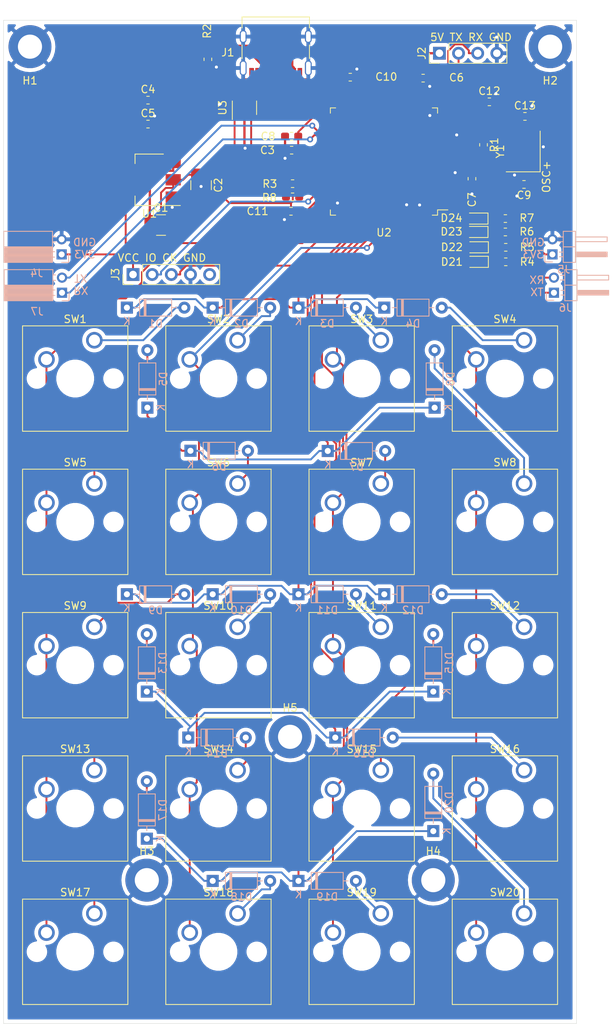
<source format=kicad_pcb>
(kicad_pcb (version 20171130) (host pcbnew "(5.1.6)-1")
  (layers (0 F.Cu signal) (31 B.Cu signal) (34 B.Paste user) (35 F.Paste user) (36 B.SilkS user) (37 F.SilkS user) (38 B.Mask user) (39 F.Mask user) (44 Edge.Cuts user))
  (net 0 "")
  (net 1 GND)
  (net 2 +5VD)
  (net 3 +3V3)
  (net 4 /VCAP_1)
  (net 5 /VCAP_2)
  (net 6 /NRST)
  (net 7 /Row0)
  (net 8 "Net-(D1-Pad2)")
  (net 9 "Net-(D2-Pad2)")
  (net 10 "Net-(D3-Pad2)")
  (net 11 "Net-(D4-Pad2)")
  (net 12 "Net-(D5-Pad2)")
  (net 13 "Net-(D6-Pad2)")
  (net 14 /Row1)
  (net 15 "Net-(D7-Pad2)")
  (net 16 "Net-(D8-Pad2)")
  (net 17 "Net-(D9-Pad2)")
  (net 18 "Net-(D10-Pad2)")
  (net 19 /Row2)
  (net 20 "Net-(D11-Pad2)")
  (net 21 "Net-(D12-Pad2)")
  (net 22 "Net-(D13-Pad2)")
  (net 23 "Net-(D14-Pad2)")
  (net 24 "Net-(D15-Pad2)")
  (net 25 /Row3)
  (net 26 "Net-(D16-Pad2)")
  (net 27 "Net-(D17-Pad2)")
  (net 28 "Net-(D18-Pad2)")
  (net 29 "Net-(D19-Pad2)")
  (net 30 "Net-(D20-Pad2)")
  (net 31 /Row4)
  (net 32 /LED0)
  (net 33 /LED1)
  (net 34 /LED2)
  (net 35 /LED3)
  (net 36 "Net-(J1-PadA5)")
  (net 37 /DEBUG_TX)
  (net 38 /DEBUG_RX)
  (net 39 /SWDIO)
  (net 40 /SWCLK)
  (net 41 /Col0)
  (net 42 /Col1)
  (net 43 /Col2)
  (net 44 /Col3)
  (net 45 "Net-(D21-Pad1)")
  (net 46 "Net-(D22-Pad1)")
  (net 47 "Net-(D23-Pad1)")
  (net 48 "Net-(D24-Pad1)")
  (net 49 "Net-(C13-Pad1)")
  (net 50 /USB_CONN_N)
  (net 51 /USB_CONN_P)
  (net 52 /L_TX)
  (net 53 /L_RX)
  (net 54 /R_TX)
  (net 55 /R_RX)
  (net 56 /USBD-)
  (net 57 /USBD+)
  (net 58 /OSC+)
  (net 59 /OSC-)
  (net 60 /USBDM-)
  (net 61 /USBDM+)
  (module Package_TO_SOT_SMD:SOT-23-6 (layer F.Cu) (at 41.45 -16.9 90)
    (fp_text reference U3 (at 0 -2.9 90) (layer F.SilkS))
    (fp_text value USBLC6-2SC6)
    (pad 1 smd rect (at -1.1 -0.95 90) (size 1.06 0.65) (layers F.Cu F.Paste F.Mask) (net 61 /USBDM+))
    (pad 2 smd rect (at -1.1 0 90) (size 1.06 0.65) (layers F.Cu F.Paste F.Mask) (net 1 GND))
    (pad 3 smd rect (at -1.1 0.95 90) (size 1.06 0.65) (layers F.Cu F.Paste F.Mask) (net 60 /USBDM-))
    (pad 4 smd rect (at 1.1 0.95 90) (size 1.06 0.65) (layers F.Cu F.Paste F.Mask) (net 50 /USB_CONN_N))
    (pad 6 smd rect (at 1.1 -0.95 90) (size 1.06 0.65) (layers F.Cu F.Paste F.Mask) (net 51 /USB_CONN_P))
    (pad 5 smd rect (at 1.1 0 90) (size 1.06 0.65) (layers F.Cu F.Paste F.Mask) (net 2 +5VD))
  )
  (module Package_QFP:LQFP-100_14x14mm_P0.5mm (layer F.Cu) (at 59.956 -9.773 180)
    (fp_text reference U2 (at 0 -9.42) (layer F.SilkS))
    (fp_text value STM32F407VGTx)
    (pad 1 smd roundrect (at -7.675 -6 180) (size 1.6 0.3) (layers F.Cu F.Paste F.Mask) (net 34 /LED2))
    (pad 2 smd roundrect (at -7.675 -5.5 180) (size 1.6 0.3) (layers F.Cu F.Paste F.Mask) (net 35 /LED3))
    (pad 3 smd roundrect (at -7.675 -5 180) (size 1.6 0.3) (layers F.Cu F.Paste F.Mask))
    (pad 4 smd roundrect (at -7.675 -4.5 180) (size 1.6 0.3) (layers F.Cu F.Paste F.Mask))
    (pad 5 smd roundrect (at -7.675 -4 180) (size 1.6 0.3) (layers F.Cu F.Paste F.Mask))
    (pad 6 smd roundrect (at -7.675 -3.5 180) (size 1.6 0.3) (layers F.Cu F.Paste F.Mask) (net 3 +3V3))
    (pad 7 smd roundrect (at -7.675 -3 180) (size 1.6 0.3) (layers F.Cu F.Paste F.Mask))
    (pad 8 smd roundrect (at -7.675 -2.5 180) (size 1.6 0.3) (layers F.Cu F.Paste F.Mask))
    (pad 9 smd roundrect (at -7.675 -2 180) (size 1.6 0.3) (layers F.Cu F.Paste F.Mask))
    (pad 10 smd roundrect (at -7.675 -1.5 180) (size 1.6 0.3) (layers F.Cu F.Paste F.Mask) (net 1 GND))
    (pad 11 smd roundrect (at -7.675 -1 180) (size 1.6 0.3) (layers F.Cu F.Paste F.Mask) (net 3 +3V3))
    (pad 12 smd roundrect (at -7.675 -0.5 180) (size 1.6 0.3) (layers F.Cu F.Paste F.Mask) (net 58 /OSC+))
    (pad 13 smd roundrect (at -7.675 0 180) (size 1.6 0.3) (layers F.Cu F.Paste F.Mask) (net 59 /OSC-))
    (pad 14 smd roundrect (at -7.675 0.5 180) (size 1.6 0.3) (layers F.Cu F.Paste F.Mask) (net 6 /NRST))
    (pad 15 smd roundrect (at -7.675 1 180) (size 1.6 0.3) (layers F.Cu F.Paste F.Mask))
    (pad 16 smd roundrect (at -7.675 1.5 180) (size 1.6 0.3) (layers F.Cu F.Paste F.Mask))
    (pad 17 smd roundrect (at -7.675 2 180) (size 1.6 0.3) (layers F.Cu F.Paste F.Mask))
    (pad 18 smd roundrect (at -7.675 2.5 180) (size 1.6 0.3) (layers F.Cu F.Paste F.Mask))
    (pad 19 smd roundrect (at -7.675 3 180) (size 1.6 0.3) (layers F.Cu F.Paste F.Mask) (net 3 +3V3))
    (pad 20 smd roundrect (at -7.675 3.5 180) (size 1.6 0.3) (layers F.Cu F.Paste F.Mask) (net 1 GND))
    (pad 21 smd roundrect (at -7.675 4 180) (size 1.6 0.3) (layers F.Cu F.Paste F.Mask) (net 3 +3V3))
    (pad 22 smd roundrect (at -7.675 4.5 180) (size 1.6 0.3) (layers F.Cu F.Paste F.Mask) (net 3 +3V3))
    (pad 23 smd roundrect (at -7.675 5 180) (size 1.6 0.3) (layers F.Cu F.Paste F.Mask))
    (pad 24 smd roundrect (at -7.675 5.5 180) (size 1.6 0.3) (layers F.Cu F.Paste F.Mask) (net 37 /DEBUG_TX))
    (pad 25 smd roundrect (at -7.675 6 180) (size 1.6 0.3) (layers F.Cu F.Paste F.Mask) (net 38 /DEBUG_RX))
    (pad 26 smd roundrect (at -6 7.675 180) (size 0.3 1.6) (layers F.Cu F.Paste F.Mask))
    (pad 27 smd roundrect (at -5.5 7.675 180) (size 0.3 1.6) (layers F.Cu F.Paste F.Mask) (net 1 GND))
    (pad 28 smd roundrect (at -5 7.675 180) (size 0.3 1.6) (layers F.Cu F.Paste F.Mask) (net 3 +3V3))
    (pad 29 smd roundrect (at -4.5 7.675 180) (size 0.3 1.6) (layers F.Cu F.Paste F.Mask))
    (pad 30 smd roundrect (at -4 7.675 180) (size 0.3 1.6) (layers F.Cu F.Paste F.Mask))
    (pad 31 smd roundrect (at -3.5 7.675 180) (size 0.3 1.6) (layers F.Cu F.Paste F.Mask))
    (pad 32 smd roundrect (at -3 7.675 180) (size 0.3 1.6) (layers F.Cu F.Paste F.Mask))
    (pad 33 smd roundrect (at -2.5 7.675 180) (size 0.3 1.6) (layers F.Cu F.Paste F.Mask))
    (pad 34 smd roundrect (at -2 7.675 180) (size 0.3 1.6) (layers F.Cu F.Paste F.Mask))
    (pad 35 smd roundrect (at -1.5 7.675 180) (size 0.3 1.6) (layers F.Cu F.Paste F.Mask))
    (pad 36 smd roundrect (at -1 7.675 180) (size 0.3 1.6) (layers F.Cu F.Paste F.Mask))
    (pad 37 smd roundrect (at -0.5 7.675 180) (size 0.3 1.6) (layers F.Cu F.Paste F.Mask))
    (pad 38 smd roundrect (at 0 7.675 180) (size 0.3 1.6) (layers F.Cu F.Paste F.Mask))
    (pad 39 smd roundrect (at 0.5 7.675 180) (size 0.3 1.6) (layers F.Cu F.Paste F.Mask))
    (pad 40 smd roundrect (at 1 7.675 180) (size 0.3 1.6) (layers F.Cu F.Paste F.Mask))
    (pad 41 smd roundrect (at 1.5 7.675 180) (size 0.3 1.6) (layers F.Cu F.Paste F.Mask))
    (pad 42 smd roundrect (at 2 7.675 180) (size 0.3 1.6) (layers F.Cu F.Paste F.Mask))
    (pad 43 smd roundrect (at 2.5 7.675 180) (size 0.3 1.6) (layers F.Cu F.Paste F.Mask))
    (pad 44 smd roundrect (at 3 7.675 180) (size 0.3 1.6) (layers F.Cu F.Paste F.Mask))
    (pad 45 smd roundrect (at 3.5 7.675 180) (size 0.3 1.6) (layers F.Cu F.Paste F.Mask))
    (pad 46 smd roundrect (at 4 7.675 180) (size 0.3 1.6) (layers F.Cu F.Paste F.Mask))
    (pad 47 smd roundrect (at 4.5 7.675 180) (size 0.3 1.6) (layers F.Cu F.Paste F.Mask))
    (pad 48 smd roundrect (at 5 7.675 180) (size 0.3 1.6) (layers F.Cu F.Paste F.Mask))
    (pad 49 smd roundrect (at 5.5 7.675 180) (size 0.3 1.6) (layers F.Cu F.Paste F.Mask) (net 4 /VCAP_1))
    (pad 50 smd roundrect (at 6 7.675 180) (size 0.3 1.6) (layers F.Cu F.Paste F.Mask) (net 3 +3V3))
    (pad 51 smd roundrect (at 7.675 6 180) (size 1.6 0.3) (layers F.Cu F.Paste F.Mask))
    (pad 52 smd roundrect (at 7.675 5.5 180) (size 1.6 0.3) (layers F.Cu F.Paste F.Mask))
    (pad 53 smd roundrect (at 7.675 5 180) (size 1.6 0.3) (layers F.Cu F.Paste F.Mask))
    (pad 54 smd roundrect (at 7.675 4.5 180) (size 1.6 0.3) (layers F.Cu F.Paste F.Mask))
    (pad 55 smd roundrect (at 7.675 4 180) (size 1.6 0.3) (layers F.Cu F.Paste F.Mask) (net 52 /L_TX))
    (pad 56 smd roundrect (at 7.675 3.5 180) (size 1.6 0.3) (layers F.Cu F.Paste F.Mask) (net 53 /L_RX))
    (pad 57 smd roundrect (at 7.675 3 180) (size 1.6 0.3) (layers F.Cu F.Paste F.Mask))
    (pad 58 smd roundrect (at 7.675 2.5 180) (size 1.6 0.3) (layers F.Cu F.Paste F.Mask))
    (pad 59 smd roundrect (at 7.675 2 180) (size 1.6 0.3) (layers F.Cu F.Paste F.Mask))
    (pad 60 smd roundrect (at 7.675 1.5 180) (size 1.6 0.3) (layers F.Cu F.Paste F.Mask))
    (pad 61 smd roundrect (at 7.675 1 180) (size 1.6 0.3) (layers F.Cu F.Paste F.Mask))
    (pad 62 smd roundrect (at 7.675 0.5 180) (size 1.6 0.3) (layers F.Cu F.Paste F.Mask))
    (pad 63 smd roundrect (at 7.675 0 180) (size 1.6 0.3) (layers F.Cu F.Paste F.Mask))
    (pad 64 smd roundrect (at 7.675 -0.5 180) (size 1.6 0.3) (layers F.Cu F.Paste F.Mask))
    (pad 65 smd roundrect (at 7.675 -1 180) (size 1.6 0.3) (layers F.Cu F.Paste F.Mask))
    (pad 66 smd roundrect (at 7.675 -1.5 180) (size 1.6 0.3) (layers F.Cu F.Paste F.Mask))
    (pad 67 smd roundrect (at 7.675 -2 180) (size 1.6 0.3) (layers F.Cu F.Paste F.Mask))
    (pad 68 smd roundrect (at 7.675 -2.5 180) (size 1.6 0.3) (layers F.Cu F.Paste F.Mask))
    (pad 69 smd roundrect (at 7.675 -3 180) (size 1.6 0.3) (layers F.Cu F.Paste F.Mask))
    (pad 70 smd roundrect (at 7.675 -3.5 180) (size 1.6 0.3) (layers F.Cu F.Paste F.Mask) (net 56 /USBD-))
    (pad 71 smd roundrect (at 7.675 -4 180) (size 1.6 0.3) (layers F.Cu F.Paste F.Mask) (net 57 /USBD+))
    (pad 72 smd roundrect (at 7.675 -4.5 180) (size 1.6 0.3) (layers F.Cu F.Paste F.Mask) (net 39 /SWDIO))
    (pad 73 smd roundrect (at 7.675 -5 180) (size 1.6 0.3) (layers F.Cu F.Paste F.Mask) (net 5 /VCAP_2))
    (pad 74 smd roundrect (at 7.675 -5.5 180) (size 1.6 0.3) (layers F.Cu F.Paste F.Mask) (net 1 GND))
    (pad 75 smd roundrect (at 7.675 -6 180) (size 1.6 0.3) (layers F.Cu F.Paste F.Mask) (net 3 +3V3))
    (pad 76 smd roundrect (at 6 -7.675 180) (size 0.3 1.6) (layers F.Cu F.Paste F.Mask) (net 40 /SWCLK))
    (pad 77 smd roundrect (at 5.5 -7.675 180) (size 0.3 1.6) (layers F.Cu F.Paste F.Mask))
    (pad 78 smd roundrect (at 5 -7.675 180) (size 0.3 1.6) (layers F.Cu F.Paste F.Mask))
    (pad 79 smd roundrect (at 4.5 -7.675 180) (size 0.3 1.6) (layers F.Cu F.Paste F.Mask))
    (pad 80 smd roundrect (at 4 -7.675 180) (size 0.3 1.6) (layers F.Cu F.Paste F.Mask))
    (pad 81 smd roundrect (at 3.5 -7.675 180) (size 0.3 1.6) (layers F.Cu F.Paste F.Mask) (net 7 /Row0))
    (pad 82 smd roundrect (at 3 -7.675 180) (size 0.3 1.6) (layers F.Cu F.Paste F.Mask) (net 14 /Row1))
    (pad 83 smd roundrect (at 2.5 -7.675 180) (size 0.3 1.6) (layers F.Cu F.Paste F.Mask) (net 19 /Row2))
    (pad 84 smd roundrect (at 2 -7.675 180) (size 0.3 1.6) (layers F.Cu F.Paste F.Mask) (net 25 /Row3))
    (pad 85 smd roundrect (at 1.5 -7.675 180) (size 0.3 1.6) (layers F.Cu F.Paste F.Mask) (net 31 /Row4))
    (pad 86 smd roundrect (at 1 -7.675 180) (size 0.3 1.6) (layers F.Cu F.Paste F.Mask) (net 41 /Col0))
    (pad 87 smd roundrect (at 0.5 -7.675 180) (size 0.3 1.6) (layers F.Cu F.Paste F.Mask) (net 42 /Col1))
    (pad 88 smd roundrect (at 0 -7.675 180) (size 0.3 1.6) (layers F.Cu F.Paste F.Mask))
    (pad 89 smd roundrect (at -0.5 -7.675 180) (size 0.3 1.6) (layers F.Cu F.Paste F.Mask))
    (pad 90 smd roundrect (at -1 -7.675 180) (size 0.3 1.6) (layers F.Cu F.Paste F.Mask) (net 43 /Col2))
    (pad 91 smd roundrect (at -1.5 -7.675 180) (size 0.3 1.6) (layers F.Cu F.Paste F.Mask) (net 44 /Col3))
    (pad 92 smd roundrect (at -2 -7.675 180) (size 0.3 1.6) (layers F.Cu F.Paste F.Mask) (net 54 /R_TX))
    (pad 93 smd roundrect (at -2.5 -7.675 180) (size 0.3 1.6) (layers F.Cu F.Paste F.Mask) (net 55 /R_RX))
    (pad 94 smd roundrect (at -3 -7.675 180) (size 0.3 1.6) (layers F.Cu F.Paste F.Mask) (net 1 GND))
    (pad 95 smd roundrect (at -3.5 -7.675 180) (size 0.3 1.6) (layers F.Cu F.Paste F.Mask))
    (pad 96 smd roundrect (at -4 -7.675 180) (size 0.3 1.6) (layers F.Cu F.Paste F.Mask))
    (pad 97 smd roundrect (at -4.5 -7.675 180) (size 0.3 1.6) (layers F.Cu F.Paste F.Mask) (net 32 /LED0))
    (pad 98 smd roundrect (at -5 -7.675 180) (size 0.3 1.6) (layers F.Cu F.Paste F.Mask) (net 33 /LED1))
    (pad 99 smd roundrect (at -5.5 -7.675 180) (size 0.3 1.6) (layers F.Cu F.Paste F.Mask) (net 1 GND))
    (pad 100 smd roundrect (at -6 -7.675 180) (size 0.3 1.6) (layers F.Cu F.Paste F.Mask) (net 3 +3V3))
  )
  (module Capacitor_SMD:C_1210_3225Metric_Pad1.42x2.65mm_HandSolder (layer F.Cu) (at 30.3845 -1.351)
    (fp_text reference C1 (at 0 -2.28) (layer F.SilkS))
    (fp_text value 10uF)
    (pad 2 smd roundrect (at 1.4875 0) (size 1.425 2.65) (layers F.Cu F.Paste F.Mask) (roundrect_rratio 0.175439) (net 1 GND))
    (pad 1 smd roundrect (at -1.4875 0) (size 1.425 2.65) (layers F.Cu F.Paste F.Mask) (roundrect_rratio 0.175439) (net 2 +5VD))
  )
  (module Capacitor_SMD:C_1210_3225Metric_Pad1.42x2.65mm_HandSolder (layer F.Cu) (at 35.697 -6.6385 270)
    (fp_text reference C2 (at 0 -2.28 90) (layer F.SilkS))
    (fp_text value 10uF)
    (pad 2 smd roundrect (at 1.4875 0 270) (size 1.425 2.65) (layers F.Cu F.Paste F.Mask) (roundrect_rratio 0.175439) (net 1 GND))
    (pad 1 smd roundrect (at -1.4875 0 270) (size 1.425 2.65) (layers F.Cu F.Paste F.Mask) (roundrect_rratio 0.175439) (net 3 +3V3))
  )
  (module Capacitor_SMD:C_0603_1608Metric_Pad1.05x0.95mm_HandSolder (layer F.Cu) (at 47.709 -11.279 180)
    (fp_text reference C3 (at 3.2 0) (layer F.SilkS))
    (fp_text value C475)
    (pad 1 smd roundrect (at -0.875 0 180) (size 1.05 0.95) (layers F.Cu F.Paste F.Mask) (net 3 +3V3))
    (pad 2 smd roundrect (at 0.875 0 180) (size 1.05 0.95) (layers F.Cu F.Paste F.Mask) (net 1 GND))
  )
  (module Capacitor_SMD:C_0603_1608Metric_Pad1.05x0.95mm_HandSolder (layer F.Cu) (at 28.657 -17.911)
    (fp_text reference C4 (at 0 -1.43) (layer F.SilkS))
    (fp_text value C104)
    (pad 1 smd roundrect (at -0.875 0) (size 1.05 0.95) (layers F.Cu F.Paste F.Mask) (net 3 +3V3))
    (pad 2 smd roundrect (at 0.875 0) (size 1.05 0.95) (layers F.Cu F.Paste F.Mask) (net 1 GND))
  )
  (module Capacitor_SMD:C_0603_1608Metric_Pad1.05x0.95mm_HandSolder (layer F.Cu) (at 28.657 -14.736)
    (fp_text reference C5 (at 0 -1.43) (layer F.SilkS))
    (fp_text value C104)
    (pad 2 smd roundrect (at 0.875 0) (size 1.05 0.95) (layers F.Cu F.Paste F.Mask) (net 1 GND))
    (pad 1 smd roundrect (at -0.875 0) (size 1.05 0.95) (layers F.Cu F.Paste F.Mask) (net 3 +3V3))
  )
  (module Capacitor_SMD:C_0603_1608Metric_Pad1.05x0.95mm_HandSolder (layer F.Cu) (at 65.151 -20.828)
    (fp_text reference C6 (at 4.43 -0.075 180) (layer F.SilkS))
    (fp_text value C104)
    (pad 1 smd roundrect (at -0.875 0) (size 1.05 0.95) (layers F.Cu F.Paste F.Mask) (net 3 +3V3))
    (pad 2 smd roundrect (at 0.875 0) (size 1.05 0.95) (layers F.Cu F.Paste F.Mask) (net 1 GND))
  )
  (module Capacitor_SMD:C_0603_1608Metric_Pad1.05x0.95mm_HandSolder (layer F.Cu) (at 71.628 -7.493 270)
    (fp_text reference C7 (at 2.794 0 270) (layer F.SilkS))
    (fp_text value C104)
    (pad 2 smd roundrect (at 0.875 0 270) (size 1.05 0.95) (layers F.Cu F.Paste F.Mask) (net 1 GND))
    (pad 1 smd roundrect (at -0.875 0 270) (size 1.05 0.95) (layers F.Cu F.Paste F.Mask) (net 3 +3V3))
  )
  (module Capacitor_SMD:C_0603_1608Metric_Pad1.05x0.95mm_HandSolder (layer F.Cu) (at 47.709 -13.129 180)
    (fp_text reference C8 (at 3.125 0) (layer F.SilkS))
    (fp_text value C104)
    (pad 1 smd roundrect (at -0.875 0 180) (size 1.05 0.95) (layers F.Cu F.Paste F.Mask) (net 3 +3V3))
    (pad 2 smd roundrect (at 0.875 0 180) (size 1.05 0.95) (layers F.Cu F.Paste F.Mask) (net 1 GND))
  )
  (module Capacitor_SMD:C_0603_1608Metric_Pad1.05x0.95mm_HandSolder (layer F.Cu) (at 78.53 -6.738 180)
    (fp_text reference C9 (at 0 -1.43) (layer F.SilkS))
    (fp_text value 12pF)
    (pad 1 smd roundrect (at -0.875 0 180) (size 1.05 0.95) (layers F.Cu F.Paste F.Mask) (net 58 /OSC+))
    (pad 2 smd roundrect (at 0.875 0 180) (size 1.05 0.95) (layers F.Cu F.Paste F.Mask) (net 1 GND))
  )
  (module Capacitor_SMD:C_0603_1608Metric_Pad1.05x0.95mm_HandSolder (layer F.Cu) (at 55.485 -20.955)
    (fp_text reference C10 (at 4.78 -0.05) (layer F.SilkS))
    (fp_text value C225)
    (pad 2 smd roundrect (at 0.875 0) (size 1.05 0.95) (layers F.Cu F.Paste F.Mask) (net 1 GND))
    (pad 1 smd roundrect (at -0.875 0) (size 1.05 0.95) (layers F.Cu F.Paste F.Mask) (net 4 /VCAP_1))
  )
  (module Capacitor_SMD:C_0603_1608Metric_Pad1.05x0.95mm_HandSolder (layer F.Cu) (at 47.625 -3.175 180)
    (fp_text reference C11 (at 4.43 0.01 180) (layer F.SilkS))
    (fp_text value C225)
    (pad 1 smd roundrect (at -0.875 0 180) (size 1.05 0.95) (layers F.Cu F.Paste F.Mask) (net 5 /VCAP_2))
    (pad 2 smd roundrect (at 0.875 0 180) (size 1.05 0.95) (layers F.Cu F.Paste F.Mask) (net 1 GND))
  )
  (module Capacitor_SMD:C_0603_1608Metric_Pad1.05x0.95mm_HandSolder (layer F.Cu) (at 73.936 -17.688)
    (fp_text reference C12 (at 0 -1.43) (layer F.SilkS))
    (fp_text value C104)
    (pad 2 smd roundrect (at 0.875 0) (size 1.05 0.95) (layers F.Cu F.Paste F.Mask) (net 1 GND))
    (pad 1 smd roundrect (at -0.875 0) (size 1.05 0.95) (layers F.Cu F.Paste F.Mask) (net 6 /NRST))
  )
  (module Capacitor_SMD:C_0603_1608Metric_Pad1.05x0.95mm_HandSolder (layer F.Cu) (at 78.657 -15.755)
    (fp_text reference C13 (at 0 -1.43) (layer F.SilkS))
    (fp_text value 12pF)
    (pad 2 smd roundrect (at 0.875 0) (size 1.05 0.95) (layers F.Cu F.Paste F.Mask) (net 1 GND))
    (pad 1 smd roundrect (at -0.875 0) (size 1.05 0.95) (layers F.Cu F.Paste F.Mask) (net 49 "Net-(C13-Pad1)"))
  )
  (module Diode_THT:D_DO-35_SOD27_P7.62mm_Horizontal (layer B.Cu) (at 25.858 9.598)
    (fp_text reference D1 (at 3.81 2.12) (layer B.SilkS) (effects (justify mirror)))
    (fp_text value 1N4148)
    (fp_text user K (at 0 1.8) (layer B.SilkS) (effects (justify mirror)))
    (pad 1 thru_hole rect (at 0 0) (size 1.6 1.6) (drill 0.8) (layers *.Cu *.Mask) (net 7 /Row0))
    (pad 2 thru_hole oval (at 7.62 0) (size 1.6 1.6) (drill 0.8) (layers *.Cu *.Mask) (net 8 "Net-(D1-Pad2)"))
  )
  (module Diode_THT:D_DO-35_SOD27_P7.62mm_Horizontal (layer B.Cu) (at 37.238 9.598)
    (fp_text reference D2 (at 3.81 2.12) (layer B.SilkS) (effects (justify mirror)))
    (fp_text value 1N4148)
    (fp_text user K (at 0 1.8) (layer B.SilkS) (effects (justify mirror)))
    (pad 1 thru_hole rect (at 0 0) (size 1.6 1.6) (drill 0.8) (layers *.Cu *.Mask) (net 7 /Row0))
    (pad 2 thru_hole oval (at 7.62 0) (size 1.6 1.6) (drill 0.8) (layers *.Cu *.Mask) (net 9 "Net-(D2-Pad2)"))
  )
  (module Diode_THT:D_DO-35_SOD27_P7.62mm_Horizontal (layer B.Cu) (at 48.618 9.598)
    (fp_text reference D3 (at 3.81 2.12) (layer B.SilkS) (effects (justify mirror)))
    (fp_text value 1N4148)
    (fp_text user K (at 0 1.8) (layer B.SilkS) (effects (justify mirror)))
    (pad 2 thru_hole oval (at 7.62 0) (size 1.6 1.6) (drill 0.8) (layers *.Cu *.Mask) (net 10 "Net-(D3-Pad2)"))
    (pad 1 thru_hole rect (at 0 0) (size 1.6 1.6) (drill 0.8) (layers *.Cu *.Mask) (net 7 /Row0))
  )
  (module Diode_THT:D_DO-35_SOD27_P7.62mm_Horizontal (layer B.Cu) (at 59.998 9.598)
    (fp_text reference D4 (at 3.81 2.12) (layer B.SilkS) (effects (justify mirror)))
    (fp_text value 1N4148)
    (fp_text user K (at 0 1.8) (layer B.SilkS) (effects (justify mirror)))
    (pad 2 thru_hole oval (at 7.62 0) (size 1.6 1.6) (drill 0.8) (layers *.Cu *.Mask) (net 11 "Net-(D4-Pad2)"))
    (pad 1 thru_hole rect (at 0 0) (size 1.6 1.6) (drill 0.8) (layers *.Cu *.Mask) (net 7 /Row0))
  )
  (module Diode_THT:D_DO-35_SOD27_P7.62mm_Horizontal (layer B.Cu) (at 28.575 22.86 90)
    (fp_text reference D5 (at 3.81 2.12 90) (layer B.SilkS) (effects (justify mirror)))
    (fp_text value 1N4148)
    (fp_text user K (at 0 1.8 90) (layer B.SilkS) (effects (justify mirror)))
    (pad 2 thru_hole oval (at 7.62 0 90) (size 1.6 1.6) (drill 0.8) (layers *.Cu *.Mask) (net 12 "Net-(D5-Pad2)"))
    (pad 1 thru_hole rect (at 0 0 90) (size 1.6 1.6) (drill 0.8) (layers *.Cu *.Mask) (net 14 /Row1))
  )
  (module Diode_THT:D_DO-35_SOD27_P7.62mm_Horizontal (layer B.Cu) (at 34.29 28.575)
    (fp_text reference D6 (at 3.81 2.12) (layer B.SilkS) (effects (justify mirror)))
    (fp_text value 1N4148)
    (fp_text user K (at 0 1.8) (layer B.SilkS) (effects (justify mirror)))
    (pad 1 thru_hole rect (at 0 0) (size 1.6 1.6) (drill 0.8) (layers *.Cu *.Mask) (net 14 /Row1))
    (pad 2 thru_hole oval (at 7.62 0) (size 1.6 1.6) (drill 0.8) (layers *.Cu *.Mask) (net 13 "Net-(D6-Pad2)"))
  )
  (module Diode_THT:D_DO-35_SOD27_P7.62mm_Horizontal (layer B.Cu) (at 52.5 28.598)
    (fp_text reference D7 (at 3.81 2.12) (layer B.SilkS) (effects (justify mirror)))
    (fp_text value 1N4148)
    (fp_text user K (at 0 1.8) (layer B.SilkS) (effects (justify mirror)))
    (pad 2 thru_hole oval (at 7.62 0) (size 1.6 1.6) (drill 0.8) (layers *.Cu *.Mask) (net 15 "Net-(D7-Pad2)"))
    (pad 1 thru_hole rect (at 0 0) (size 1.6 1.6) (drill 0.8) (layers *.Cu *.Mask) (net 14 /Row1))
  )
  (module Diode_THT:D_DO-35_SOD27_P7.62mm_Horizontal (layer B.Cu) (at 66.675 22.86 90)
    (fp_text reference D8 (at 3.81 2.12 90) (layer B.SilkS) (effects (justify mirror)))
    (fp_text value 1N4148)
    (fp_text user K (at 0 1.8 90) (layer B.SilkS) (effects (justify mirror)))
    (pad 1 thru_hole rect (at 0 0 90) (size 1.6 1.6) (drill 0.8) (layers *.Cu *.Mask) (net 14 /Row1))
    (pad 2 thru_hole oval (at 7.62 0 90) (size 1.6 1.6) (drill 0.8) (layers *.Cu *.Mask) (net 16 "Net-(D8-Pad2)"))
  )
  (module Diode_THT:D_DO-35_SOD27_P7.62mm_Horizontal (layer B.Cu) (at 25.858 47.598)
    (fp_text reference D9 (at 3.81 2.12) (layer B.SilkS) (effects (justify mirror)))
    (fp_text value 1N4148)
    (fp_text user K (at 0 1.8) (layer B.SilkS) (effects (justify mirror)))
    (pad 1 thru_hole rect (at 0 0) (size 1.6 1.6) (drill 0.8) (layers *.Cu *.Mask) (net 19 /Row2))
    (pad 2 thru_hole oval (at 7.62 0) (size 1.6 1.6) (drill 0.8) (layers *.Cu *.Mask) (net 17 "Net-(D9-Pad2)"))
  )
  (module Diode_THT:D_DO-35_SOD27_P7.62mm_Horizontal (layer B.Cu) (at 37.238 47.598)
    (fp_text reference D10 (at 3.81 2.12) (layer B.SilkS) (effects (justify mirror)))
    (fp_text value 1N4148)
    (fp_text user K (at 0 1.8) (layer B.SilkS) (effects (justify mirror)))
    (pad 2 thru_hole oval (at 7.62 0) (size 1.6 1.6) (drill 0.8) (layers *.Cu *.Mask) (net 18 "Net-(D10-Pad2)"))
    (pad 1 thru_hole rect (at 0 0) (size 1.6 1.6) (drill 0.8) (layers *.Cu *.Mask) (net 19 /Row2))
  )
  (module Diode_THT:D_DO-35_SOD27_P7.62mm_Horizontal (layer B.Cu) (at 48.618 47.598)
    (fp_text reference D11 (at 3.81 2.12) (layer B.SilkS) (effects (justify mirror)))
    (fp_text value 1N4148)
    (fp_text user K (at 0 1.8) (layer B.SilkS) (effects (justify mirror)))
    (pad 1 thru_hole rect (at 0 0) (size 1.6 1.6) (drill 0.8) (layers *.Cu *.Mask) (net 19 /Row2))
    (pad 2 thru_hole oval (at 7.62 0) (size 1.6 1.6) (drill 0.8) (layers *.Cu *.Mask) (net 20 "Net-(D11-Pad2)"))
  )
  (module Diode_THT:D_DO-35_SOD27_P7.62mm_Horizontal (layer B.Cu) (at 59.998 47.598)
    (fp_text reference D12 (at 3.81 2.12) (layer B.SilkS) (effects (justify mirror)))
    (fp_text value 1N4148)
    (fp_text user K (at 0 1.8) (layer B.SilkS) (effects (justify mirror)))
    (pad 2 thru_hole oval (at 7.62 0) (size 1.6 1.6) (drill 0.8) (layers *.Cu *.Mask) (net 21 "Net-(D12-Pad2)"))
    (pad 1 thru_hole rect (at 0 0) (size 1.6 1.6) (drill 0.8) (layers *.Cu *.Mask) (net 19 /Row2))
  )
  (module Diode_THT:D_DO-35_SOD27_P7.62mm_Horizontal (layer B.Cu) (at 28.5 60.5 90)
    (fp_text reference D13 (at 3.81 2.12 90) (layer B.SilkS) (effects (justify mirror)))
    (fp_text value 1N4148)
    (fp_text user K (at 0 1.8 90) (layer B.SilkS) (effects (justify mirror)))
    (pad 1 thru_hole rect (at 0 0 90) (size 1.6 1.6) (drill 0.8) (layers *.Cu *.Mask) (net 25 /Row3))
    (pad 2 thru_hole oval (at 7.62 0 90) (size 1.6 1.6) (drill 0.8) (layers *.Cu *.Mask) (net 22 "Net-(D13-Pad2)"))
  )
  (module Diode_THT:D_DO-35_SOD27_P7.62mm_Horizontal (layer B.Cu) (at 34 66.598)
    (fp_text reference D14 (at 3.81 2.12) (layer B.SilkS) (effects (justify mirror)))
    (fp_text value 1N4148)
    (fp_text user K (at 0 1.8) (layer B.SilkS) (effects (justify mirror)))
    (pad 2 thru_hole oval (at 7.62 0) (size 1.6 1.6) (drill 0.8) (layers *.Cu *.Mask) (net 23 "Net-(D14-Pad2)"))
    (pad 1 thru_hole rect (at 0 0) (size 1.6 1.6) (drill 0.8) (layers *.Cu *.Mask) (net 25 /Row3))
  )
  (module Diode_THT:D_DO-35_SOD27_P7.62mm_Horizontal (layer B.Cu) (at 66.5 60.5 90)
    (fp_text reference D15 (at 3.81 2.12 90) (layer B.SilkS) (effects (justify mirror)))
    (fp_text value 1N4148)
    (fp_text user K (at 0 1.8 90) (layer B.SilkS) (effects (justify mirror)))
    (pad 1 thru_hole rect (at 0 0 90) (size 1.6 1.6) (drill 0.8) (layers *.Cu *.Mask) (net 25 /Row3))
    (pad 2 thru_hole oval (at 7.62 0 90) (size 1.6 1.6) (drill 0.8) (layers *.Cu *.Mask) (net 24 "Net-(D15-Pad2)"))
  )
  (module Diode_THT:D_DO-35_SOD27_P7.62mm_Horizontal (layer B.Cu) (at 53.5 66.598)
    (fp_text reference D16 (at 3.81 2.12) (layer B.SilkS) (effects (justify mirror)))
    (fp_text value 1N4148)
    (fp_text user K (at 0 1.8) (layer B.SilkS) (effects (justify mirror)))
    (pad 2 thru_hole oval (at 7.62 0) (size 1.6 1.6) (drill 0.8) (layers *.Cu *.Mask) (net 26 "Net-(D16-Pad2)"))
    (pad 1 thru_hole rect (at 0 0) (size 1.6 1.6) (drill 0.8) (layers *.Cu *.Mask) (net 25 /Row3))
  )
  (module Diode_THT:D_DO-35_SOD27_P7.62mm_Horizontal (layer B.Cu) (at 28.5 80 90)
    (fp_text reference D17 (at 3.81 2.12 90) (layer B.SilkS) (effects (justify mirror)))
    (fp_text value 1N4148)
    (fp_text user K (at 0 1.8 90) (layer B.SilkS) (effects (justify mirror)))
    (pad 2 thru_hole oval (at 7.62 0 90) (size 1.6 1.6) (drill 0.8) (layers *.Cu *.Mask) (net 27 "Net-(D17-Pad2)"))
    (pad 1 thru_hole rect (at 0 0 90) (size 1.6 1.6) (drill 0.8) (layers *.Cu *.Mask) (net 31 /Row4))
  )
  (module Diode_THT:D_DO-35_SOD27_P7.62mm_Horizontal (layer B.Cu) (at 37.238 85.598)
    (fp_text reference D18 (at 3.81 2.12) (layer B.SilkS) (effects (justify mirror)))
    (fp_text value 1N4148)
    (fp_text user K (at 0 1.8) (layer B.SilkS) (effects (justify mirror)))
    (pad 1 thru_hole rect (at 0 0) (size 1.6 1.6) (drill 0.8) (layers *.Cu *.Mask) (net 31 /Row4))
    (pad 2 thru_hole oval (at 7.62 0) (size 1.6 1.6) (drill 0.8) (layers *.Cu *.Mask) (net 28 "Net-(D18-Pad2)"))
  )
  (module Diode_THT:D_DO-35_SOD27_P7.62mm_Horizontal (layer B.Cu) (at 48.618 85.598)
    (fp_text reference D19 (at 3.81 2.12) (layer B.SilkS) (effects (justify mirror)))
    (fp_text value 1N4148)
    (fp_text user K (at 0 1.8) (layer B.SilkS) (effects (justify mirror)))
    (pad 2 thru_hole oval (at 7.62 0) (size 1.6 1.6) (drill 0.8) (layers *.Cu *.Mask) (net 29 "Net-(D19-Pad2)"))
    (pad 1 thru_hole rect (at 0 0) (size 1.6 1.6) (drill 0.8) (layers *.Cu *.Mask) (net 31 /Row4))
  )
  (module Diode_THT:D_DO-35_SOD27_P7.62mm_Horizontal (layer B.Cu) (at 66.5 79 90)
    (fp_text reference D20 (at 3.81 2.12 90) (layer B.SilkS) (effects (justify mirror)))
    (fp_text value 1N4148)
    (fp_text user K (at 0 1.8 90) (layer B.SilkS) (effects (justify mirror)))
    (pad 1 thru_hole rect (at 0 0 90) (size 1.6 1.6) (drill 0.8) (layers *.Cu *.Mask) (net 31 /Row4))
    (pad 2 thru_hole oval (at 7.62 0 90) (size 1.6 1.6) (drill 0.8) (layers *.Cu *.Mask) (net 30 "Net-(D20-Pad2)"))
  )
  (module Diode_SMD:D_0603_1608Metric_Pad1.05x0.95mm_HandSolder (layer F.Cu) (at 72.145 3.525 180)
    (fp_text reference D21 (at 3.185 -0.005) (layer F.SilkS))
    (fp_text value LED)
    (pad 2 smd roundrect (at 0.875 0 180) (size 1.05 0.95) (layers F.Cu F.Paste F.Mask) (net 32 /LED0))
    (pad 1 smd roundrect (at -0.875 0 180) (size 1.05 0.95) (layers F.Cu F.Paste F.Mask) (net 45 "Net-(D21-Pad1)"))
  )
  (module Diode_SMD:D_0603_1608Metric_Pad1.05x0.95mm_HandSolder (layer F.Cu) (at 72.145 1.6 180)
    (fp_text reference D22 (at 3.185 0.02) (layer F.SilkS))
    (fp_text value LED)
    (pad 1 smd roundrect (at -0.875 0 180) (size 1.05 0.95) (layers F.Cu F.Paste F.Mask) (net 46 "Net-(D22-Pad1)"))
    (pad 2 smd roundrect (at 0.875 0 180) (size 1.05 0.95) (layers F.Cu F.Paste F.Mask) (net 33 /LED1))
  )
  (module Diode_SMD:D_0603_1608Metric_Pad1.05x0.95mm_HandSolder (layer F.Cu) (at 72.095 -0.435 180)
    (fp_text reference D23 (at 3.185 0.045) (layer F.SilkS))
    (fp_text value LED)
    (pad 2 smd roundrect (at 0.875 0 180) (size 1.05 0.95) (layers F.Cu F.Paste F.Mask) (net 34 /LED2))
    (pad 1 smd roundrect (at -0.875 0 180) (size 1.05 0.95) (layers F.Cu F.Paste F.Mask) (net 47 "Net-(D23-Pad1)"))
  )
  (module Diode_SMD:D_0603_1608Metric_Pad1.05x0.95mm_HandSolder (layer F.Cu) (at 72.095 -2.21 180)
    (fp_text reference D24 (at 3.185 0.07) (layer F.SilkS))
    (fp_text value LED)
    (pad 1 smd roundrect (at -0.875 0 180) (size 1.05 0.95) (layers F.Cu F.Paste F.Mask) (net 48 "Net-(D24-Pad1)"))
    (pad 2 smd roundrect (at 0.875 0 180) (size 1.05 0.95) (layers F.Cu F.Paste F.Mask) (net 35 /LED3))
  )
  (module MountingHole:MountingHole_3.2mm_M3_ISO7380_Pad (layer F.Cu) (at 13 -25)
    (fp_text reference H1 (at 0 4.5) (layer F.SilkS))
    (fp_text value " ")
    (pad 1 thru_hole circle (at 0 0) (size 5.7 5.7) (drill 3.2) (layers *.Cu *.Mask) (net 1 GND))
  )
  (module MountingHole:MountingHole_3.2mm_M3_ISO7380_Pad (layer F.Cu) (at 82 -25)
    (fp_text reference H2 (at 0 4.5) (layer F.SilkS))
    (fp_text value " ")
    (pad 1 thru_hole circle (at 0 0) (size 5.7 5.7) (drill 3.2) (layers *.Cu *.Mask) (net 1 GND))
  )
  (module MountingHole:MountingHole_3.2mm_M3_ISO7380_Pad (layer F.Cu) (at 28.5 85.5)
    (fp_text reference H3 (at 0 -3.85) (layer F.SilkS))
    (fp_text value " ")
    (pad 1 thru_hole circle (at 0 0) (size 5.7 5.7) (drill 3.2) (layers *.Cu *.Mask) (net 1 GND))
  )
  (module MountingHole:MountingHole_3.2mm_M3_ISO7380_Pad (layer F.Cu) (at 66.5 85.5)
    (fp_text reference H4 (at 0 -3.85) (layer F.SilkS))
    (fp_text value " ")
    (pad 1 thru_hole circle (at 0 0) (size 5.7 5.7) (drill 3.2) (layers *.Cu *.Mask) (net 1 GND))
  )
  (module MountingHole:MountingHole_3.2mm_M3_ISO7380_Pad (layer F.Cu) (at 47.5 66.5)
    (fp_text reference H5 (at 0 -3.85) (layer F.SilkS))
    (fp_text value " ")
    (pad 1 thru_hole circle (at 0 0) (size 5.7 5.7) (drill 3.2) (layers *.Cu *.Mask) (net 1 GND))
  )
  (module Connector_USB:USB_C_Receptacle_Palconn_UTC16-G (layer F.Cu) (at 45.6 -24.1 180)
    (fp_text reference J1 (at 6.35 0.127) (layer F.SilkS))
    (fp_text value USB_C_Receptacle_USB2.0)
    (pad S1 thru_hole oval (at -4.32 -1.93 270) (size 2 0.9) (drill oval 1.7 0.6) (layers *.Cu *.Mask) (net 1 GND))
    (pad S1 thru_hole oval (at 4.32 -1.93 270) (size 2 0.9) (drill oval 1.7 0.6) (layers *.Cu *.Mask) (net 1 GND))
    (pad S1 thru_hole oval (at -4.32 2.24 270) (size 1.7 0.9) (drill oval 1.4 0.6) (layers *.Cu *.Mask) (net 1 GND))
    (pad S1 thru_hole oval (at 4.32 2.24 270) (size 1.7 0.9) (drill oval 1.4 0.6) (layers *.Cu *.Mask) (net 1 GND))
    (pad B7 smd rect (at -0.75 -2.51) (size 0.3 1.16) (layers F.Cu F.Paste F.Mask) (net 50 /USB_CONN_N))
    (pad A6 smd rect (at -0.25 -2.51) (size 0.3 1.16) (layers F.Cu F.Paste F.Mask) (net 51 /USB_CONN_P))
    (pad A7 smd rect (at 0.25 -2.51) (size 0.3 1.16) (layers F.Cu F.Paste F.Mask) (net 50 /USB_CONN_N))
    (pad B8 smd rect (at -1.75 -2.51) (size 0.3 1.16) (layers F.Cu F.Paste F.Mask))
    (pad A5 smd rect (at -1.25 -2.51) (size 0.3 1.16) (layers F.Cu F.Paste F.Mask) (net 36 "Net-(J1-PadA5)"))
    (pad A8 smd rect (at 1.25 -2.51) (size 0.3 1.16) (layers F.Cu F.Paste F.Mask))
    (pad B6 smd rect (at 0.75 -2.51) (size 0.3 1.16) (layers F.Cu F.Paste F.Mask) (net 51 /USB_CONN_P))
    (pad B5 smd rect (at 1.75 -2.51) (size 0.3 1.16) (layers F.Cu F.Paste F.Mask) (net 36 "Net-(J1-PadA5)"))
    (pad "" np_thru_hole circle (at 2.89 -1.45) (size 0.6 0.6) (drill 0.6) (layers *.Cu *.Mask))
    (pad "" np_thru_hole circle (at -2.89 -1.45) (size 0.6 0.6) (drill 0.6) (layers *.Cu *.Mask))
    (pad A4 smd rect (at -2.4 -2.51 180) (size 0.6 1.16) (layers F.Cu F.Paste F.Mask) (net 2 +5VD))
    (pad B9 smd rect (at -2.4 -2.51 180) (size 0.6 1.16) (layers F.Cu F.Paste F.Mask) (net 2 +5VD))
    (pad A1 smd rect (at -3.2 -2.51 180) (size 0.6 1.16) (layers F.Cu F.Paste F.Mask) (net 1 GND))
    (pad B12 smd rect (at -3.2 -2.51 180) (size 0.6 1.16) (layers F.Cu F.Paste F.Mask) (net 1 GND))
    (pad B4 smd rect (at 2.4 -2.51 180) (size 0.6 1.16) (layers F.Cu F.Paste F.Mask) (net 2 +5VD))
    (pad B1 smd rect (at 3.2 -2.51 180) (size 0.6 1.16) (layers F.Cu F.Paste F.Mask) (net 1 GND))
    (pad A9 smd rect (at 2.4 -2.51 180) (size 0.6 1.16) (layers F.Cu F.Paste F.Mask) (net 2 +5VD))
    (pad A12 smd rect (at 3.2 -2.51 180) (size 0.6 1.16) (layers F.Cu F.Paste F.Mask) (net 1 GND))
  )
  (module Connector_PinHeader_2.54mm:PinHeader_1x04_P2.54mm_Vertical (layer F.Cu) (at 67.31 -24.13 90)
    (fp_text reference J2 (at 0 -2.33 90) (layer F.SilkS))
    (fp_text value Conn_01x04)
    (pad 1 thru_hole rect (at 0 0 90) (size 1.7 1.7) (drill 1) (layers *.Cu *.Mask) (net 2 +5VD))
    (pad 2 thru_hole oval (at 0 2.54 90) (size 1.7 1.7) (drill 1) (layers *.Cu *.Mask) (net 37 /DEBUG_TX))
    (pad 3 thru_hole oval (at 0 5.08 90) (size 1.7 1.7) (drill 1) (layers *.Cu *.Mask) (net 38 /DEBUG_RX))
    (pad 4 thru_hole oval (at 0 7.62 90) (size 1.7 1.7) (drill 1) (layers *.Cu *.Mask) (net 1 GND))
  )
  (module Connector_PinHeader_2.54mm:PinHeader_1x05_P2.54mm_Vertical (layer F.Cu) (at 26.67 5.207 90)
    (fp_text reference J3 (at 0 -2.33 90) (layer F.SilkS))
    (fp_text value Conn_01x05)
    (pad 1 thru_hole rect (at 0 0 90) (size 1.7 1.7) (drill 1) (layers *.Cu *.Mask) (net 3 +3V3))
    (pad 2 thru_hole oval (at 0 2.54 90) (size 1.7 1.7) (drill 1) (layers *.Cu *.Mask) (net 39 /SWDIO))
    (pad 3 thru_hole oval (at 0 5.08 90) (size 1.7 1.7) (drill 1) (layers *.Cu *.Mask) (net 40 /SWCLK))
    (pad 4 thru_hole oval (at 0 7.62 90) (size 1.7 1.7) (drill 1) (layers *.Cu *.Mask) (net 1 GND))
    (pad 5 thru_hole oval (at 0 10.16 90) (size 1.7 1.7) (drill 1) (layers *.Cu *.Mask))
  )
  (module Capacitor_SMD:C_0603_1608Metric_Pad1.05x0.95mm_HandSolder (layer F.Cu) (at 73.161 -11.988 270)
    (fp_text reference R1 (at 0 -1.43 90) (layer F.SilkS))
    (fp_text value R470)
    (pad 1 smd roundrect (at -0.875 0 270) (size 1.05 0.95) (layers F.Cu F.Paste F.Mask) (net 49 "Net-(C13-Pad1)"))
    (pad 2 smd roundrect (at 0.875 0 270) (size 1.05 0.95) (layers F.Cu F.Paste F.Mask) (net 59 /OSC-))
  )
  (module Capacitor_SMD:C_0603_1608Metric_Pad1.05x0.95mm_HandSolder (layer F.Cu) (at 36.6 -23.325 90)
    (fp_text reference R2 (at 3.725 -0.1 90) (layer F.SilkS))
    (fp_text value R513)
    (pad 1 smd roundrect (at -0.875 0 90) (size 1.05 0.95) (layers F.Cu F.Paste F.Mask) (net 1 GND))
    (pad 2 smd roundrect (at 0.875 0 90) (size 1.05 0.95) (layers F.Cu F.Paste F.Mask) (net 36 "Net-(J1-PadA5)"))
  )
  (module Capacitor_SMD:C_0603_1608Metric_Pad1.05x0.95mm_HandSolder (layer F.Cu) (at 76.11 3.525 180)
    (fp_text reference R4 (at -2.85 -0.005) (layer F.SilkS))
    (fp_text value R471)
    (pad 2 smd roundrect (at 0.875 0 180) (size 1.05 0.95) (layers F.Cu F.Paste F.Mask) (net 45 "Net-(D21-Pad1)"))
    (pad 1 smd roundrect (at -0.875 0 180) (size 1.05 0.95) (layers F.Cu F.Paste F.Mask) (net 3 +3V3))
  )
  (module Capacitor_SMD:C_0603_1608Metric_Pad1.05x0.95mm_HandSolder (layer F.Cu) (at 76.11 1.6 180)
    (fp_text reference R5 (at -2.85 0.02) (layer F.SilkS))
    (fp_text value R471)
    (pad 2 smd roundrect (at 0.875 0 180) (size 1.05 0.95) (layers F.Cu F.Paste F.Mask) (net 46 "Net-(D22-Pad1)"))
    (pad 1 smd roundrect (at -0.875 0 180) (size 1.05 0.95) (layers F.Cu F.Paste F.Mask) (net 3 +3V3))
  )
  (module Capacitor_SMD:C_0603_1608Metric_Pad1.05x0.95mm_HandSolder (layer F.Cu) (at 76.06 -0.435 180)
    (fp_text reference R6 (at -2.85 0.045) (layer F.SilkS))
    (fp_text value R471)
    (pad 1 smd roundrect (at -0.875 0 180) (size 1.05 0.95) (layers F.Cu F.Paste F.Mask) (net 3 +3V3))
    (pad 2 smd roundrect (at 0.875 0 180) (size 1.05 0.95) (layers F.Cu F.Paste F.Mask) (net 47 "Net-(D23-Pad1)"))
  )
  (module Capacitor_SMD:C_0603_1608Metric_Pad1.05x0.95mm_HandSolder (layer F.Cu) (at 76.06 -2.21 180)
    (fp_text reference R7 (at -2.85 0.07) (layer F.SilkS))
    (fp_text value R471)
    (pad 2 smd roundrect (at 0.875 0 180) (size 1.05 0.95) (layers F.Cu F.Paste F.Mask) (net 48 "Net-(D24-Pad1)"))
    (pad 1 smd roundrect (at -0.875 0 180) (size 1.05 0.95) (layers F.Cu F.Paste F.Mask) (net 3 +3V3))
  )
  (module Capacitor_SMD:C_0603_1608Metric_Pad1.05x0.95mm_HandSolder (layer F.Cu) (at 47.836 -6.838 180)
    (fp_text reference R3 (at 3.02 -0.03) (layer F.SilkS))
    (fp_text value R100)
    (pad 2 smd roundrect (at 0.875 0 180) (size 1.05 0.95) (layers F.Cu F.Paste F.Mask) (net 60 /USBDM-))
    (pad 1 smd roundrect (at -0.875 0 180) (size 1.05 0.95) (layers F.Cu F.Paste F.Mask) (net 56 /USBD-))
  )
  (module Capacitor_SMD:C_0603_1608Metric_Pad1.05x0.95mm_HandSolder (layer F.Cu) (at 47.836 -5.088 180)
    (fp_text reference R8 (at 3.075 -0.1) (layer F.SilkS))
    (fp_text value R100)
    (pad 1 smd roundrect (at -0.875 0 180) (size 1.05 0.95) (layers F.Cu F.Paste F.Mask) (net 57 /USBD+))
    (pad 2 smd roundrect (at 0.875 0 180) (size 1.05 0.95) (layers F.Cu F.Paste F.Mask) (net 61 /USBDM+))
  )
  (module Button_Switch_Keyboard:SW_Cherry_MX_1.00u_PCB (layer F.Cu) (at 21.54 13.92)
    (fp_text reference SW1 (at -2.54 -2.794) (layer F.SilkS))
    (fp_text value SW_Push)
    (pad 1 thru_hole circle (at 0 0) (size 2.2 2.2) (drill 1.5) (layers *.Cu *.Mask) (net 8 "Net-(D1-Pad2)"))
    (pad 2 thru_hole circle (at -6.35 2.54) (size 2.2 2.2) (drill 1.5) (layers *.Cu *.Mask) (net 41 /Col0))
    (pad "" np_thru_hole circle (at -2.54 5.08) (size 4 4) (drill 4) (layers *.Cu *.Mask))
    (pad "" np_thru_hole circle (at -7.62 5.08) (size 1.7 1.7) (drill 1.7) (layers *.Cu *.Mask))
    (pad "" np_thru_hole circle (at 2.54 5.08) (size 1.7 1.7) (drill 1.7) (layers *.Cu *.Mask))
  )
  (module Button_Switch_Keyboard:SW_Cherry_MX_1.00u_PCB (layer F.Cu) (at 40.54 13.92)
    (fp_text reference SW2 (at -2.54 -2.794) (layer F.SilkS))
    (fp_text value SW_Push)
    (pad 1 thru_hole circle (at 0 0) (size 2.2 2.2) (drill 1.5) (layers *.Cu *.Mask) (net 9 "Net-(D2-Pad2)"))
    (pad 2 thru_hole circle (at -6.35 2.54) (size 2.2 2.2) (drill 1.5) (layers *.Cu *.Mask) (net 42 /Col1))
    (pad "" np_thru_hole circle (at -2.54 5.08) (size 4 4) (drill 4) (layers *.Cu *.Mask))
    (pad "" np_thru_hole circle (at -7.62 5.08) (size 1.7 1.7) (drill 1.7) (layers *.Cu *.Mask))
    (pad "" np_thru_hole circle (at 2.54 5.08) (size 1.7 1.7) (drill 1.7) (layers *.Cu *.Mask))
  )
  (module Button_Switch_Keyboard:SW_Cherry_MX_1.00u_PCB (layer F.Cu) (at 59.54 13.92)
    (fp_text reference SW3 (at -2.54 -2.794) (layer F.SilkS))
    (fp_text value SW_Push)
    (pad 1 thru_hole circle (at 0 0) (size 2.2 2.2) (drill 1.5) (layers *.Cu *.Mask) (net 10 "Net-(D3-Pad2)"))
    (pad 2 thru_hole circle (at -6.35 2.54) (size 2.2 2.2) (drill 1.5) (layers *.Cu *.Mask) (net 43 /Col2))
    (pad "" np_thru_hole circle (at -2.54 5.08) (size 4 4) (drill 4) (layers *.Cu *.Mask))
    (pad "" np_thru_hole circle (at -7.62 5.08) (size 1.7 1.7) (drill 1.7) (layers *.Cu *.Mask))
    (pad "" np_thru_hole circle (at 2.54 5.08) (size 1.7 1.7) (drill 1.7) (layers *.Cu *.Mask))
  )
  (module Button_Switch_Keyboard:SW_Cherry_MX_1.00u_PCB (layer F.Cu) (at 78.54 13.92)
    (fp_text reference SW4 (at -2.54 -2.794) (layer F.SilkS))
    (fp_text value SW_Push)
    (pad 1 thru_hole circle (at 0 0) (size 2.2 2.2) (drill 1.5) (layers *.Cu *.Mask) (net 11 "Net-(D4-Pad2)"))
    (pad 2 thru_hole circle (at -6.35 2.54) (size 2.2 2.2) (drill 1.5) (layers *.Cu *.Mask) (net 44 /Col3))
    (pad "" np_thru_hole circle (at -2.54 5.08) (size 4 4) (drill 4) (layers *.Cu *.Mask))
    (pad "" np_thru_hole circle (at -7.62 5.08) (size 1.7 1.7) (drill 1.7) (layers *.Cu *.Mask))
    (pad "" np_thru_hole circle (at 2.54 5.08) (size 1.7 1.7) (drill 1.7) (layers *.Cu *.Mask))
  )
  (module Button_Switch_Keyboard:SW_Cherry_MX_1.00u_PCB (layer F.Cu) (at 21.54 32.92)
    (fp_text reference SW5 (at -2.54 -2.794) (layer F.SilkS))
    (fp_text value SW_Push)
    (pad "" np_thru_hole circle (at 2.54 5.08) (size 1.7 1.7) (drill 1.7) (layers *.Cu *.Mask))
    (pad "" np_thru_hole circle (at -7.62 5.08) (size 1.7 1.7) (drill 1.7) (layers *.Cu *.Mask))
    (pad "" np_thru_hole circle (at -2.54 5.08) (size 4 4) (drill 4) (layers *.Cu *.Mask))
    (pad 2 thru_hole circle (at -6.35 2.54) (size 2.2 2.2) (drill 1.5) (layers *.Cu *.Mask) (net 41 /Col0))
    (pad 1 thru_hole circle (at 0 0) (size 2.2 2.2) (drill 1.5) (layers *.Cu *.Mask) (net 12 "Net-(D5-Pad2)"))
  )
  (module Button_Switch_Keyboard:SW_Cherry_MX_1.00u_PCB (layer F.Cu) (at 40.54 32.92)
    (fp_text reference SW6 (at -2.54 -2.794) (layer F.SilkS))
    (fp_text value SW_Push)
    (pad 1 thru_hole circle (at 0 0) (size 2.2 2.2) (drill 1.5) (layers *.Cu *.Mask) (net 13 "Net-(D6-Pad2)"))
    (pad 2 thru_hole circle (at -6.35 2.54) (size 2.2 2.2) (drill 1.5) (layers *.Cu *.Mask) (net 42 /Col1))
    (pad "" np_thru_hole circle (at -2.54 5.08) (size 4 4) (drill 4) (layers *.Cu *.Mask))
    (pad "" np_thru_hole circle (at -7.62 5.08) (size 1.7 1.7) (drill 1.7) (layers *.Cu *.Mask))
    (pad "" np_thru_hole circle (at 2.54 5.08) (size 1.7 1.7) (drill 1.7) (layers *.Cu *.Mask))
  )
  (module Button_Switch_Keyboard:SW_Cherry_MX_1.00u_PCB (layer F.Cu) (at 59.54 32.92)
    (fp_text reference SW7 (at -2.54 -2.794) (layer F.SilkS))
    (fp_text value SW_Push)
    (pad "" np_thru_hole circle (at 2.54 5.08) (size 1.7 1.7) (drill 1.7) (layers *.Cu *.Mask))
    (pad "" np_thru_hole circle (at -7.62 5.08) (size 1.7 1.7) (drill 1.7) (layers *.Cu *.Mask))
    (pad "" np_thru_hole circle (at -2.54 5.08) (size 4 4) (drill 4) (layers *.Cu *.Mask))
    (pad 2 thru_hole circle (at -6.35 2.54) (size 2.2 2.2) (drill 1.5) (layers *.Cu *.Mask) (net 43 /Col2))
    (pad 1 thru_hole circle (at 0 0) (size 2.2 2.2) (drill 1.5) (layers *.Cu *.Mask) (net 15 "Net-(D7-Pad2)"))
  )
  (module Button_Switch_Keyboard:SW_Cherry_MX_1.00u_PCB (layer F.Cu) (at 78.54 32.92)
    (fp_text reference SW8 (at -2.54 -2.794) (layer F.SilkS))
    (fp_text value SW_Push)
    (pad 1 thru_hole circle (at 0 0) (size 2.2 2.2) (drill 1.5) (layers *.Cu *.Mask) (net 16 "Net-(D8-Pad2)"))
    (pad 2 thru_hole circle (at -6.35 2.54) (size 2.2 2.2) (drill 1.5) (layers *.Cu *.Mask) (net 44 /Col3))
    (pad "" np_thru_hole circle (at -2.54 5.08) (size 4 4) (drill 4) (layers *.Cu *.Mask))
    (pad "" np_thru_hole circle (at -7.62 5.08) (size 1.7 1.7) (drill 1.7) (layers *.Cu *.Mask))
    (pad "" np_thru_hole circle (at 2.54 5.08) (size 1.7 1.7) (drill 1.7) (layers *.Cu *.Mask))
  )
  (module Button_Switch_Keyboard:SW_Cherry_MX_1.00u_PCB (layer F.Cu) (at 21.54 51.92)
    (fp_text reference SW9 (at -2.54 -2.794) (layer F.SilkS))
    (fp_text value SW_Push)
    (pad "" np_thru_hole circle (at 2.54 5.08) (size 1.7 1.7) (drill 1.7) (layers *.Cu *.Mask))
    (pad "" np_thru_hole circle (at -7.62 5.08) (size 1.7 1.7) (drill 1.7) (layers *.Cu *.Mask))
    (pad "" np_thru_hole circle (at -2.54 5.08) (size 4 4) (drill 4) (layers *.Cu *.Mask))
    (pad 2 thru_hole circle (at -6.35 2.54) (size 2.2 2.2) (drill 1.5) (layers *.Cu *.Mask) (net 41 /Col0))
    (pad 1 thru_hole circle (at 0 0) (size 2.2 2.2) (drill 1.5) (layers *.Cu *.Mask) (net 17 "Net-(D9-Pad2)"))
  )
  (module Button_Switch_Keyboard:SW_Cherry_MX_1.00u_PCB (layer F.Cu) (at 40.54 51.92)
    (fp_text reference SW10 (at -2.54 -2.794) (layer F.SilkS))
    (fp_text value SW_Push)
    (pad "" np_thru_hole circle (at 2.54 5.08) (size 1.7 1.7) (drill 1.7) (layers *.Cu *.Mask))
    (pad "" np_thru_hole circle (at -7.62 5.08) (size 1.7 1.7) (drill 1.7) (layers *.Cu *.Mask))
    (pad "" np_thru_hole circle (at -2.54 5.08) (size 4 4) (drill 4) (layers *.Cu *.Mask))
    (pad 2 thru_hole circle (at -6.35 2.54) (size 2.2 2.2) (drill 1.5) (layers *.Cu *.Mask) (net 42 /Col1))
    (pad 1 thru_hole circle (at 0 0) (size 2.2 2.2) (drill 1.5) (layers *.Cu *.Mask) (net 18 "Net-(D10-Pad2)"))
  )
  (module Button_Switch_Keyboard:SW_Cherry_MX_1.00u_PCB (layer F.Cu) (at 59.54 51.92)
    (fp_text reference SW11 (at -2.54 -2.794) (layer F.SilkS))
    (fp_text value SW_Push)
    (pad "" np_thru_hole circle (at 2.54 5.08) (size 1.7 1.7) (drill 1.7) (layers *.Cu *.Mask))
    (pad "" np_thru_hole circle (at -7.62 5.08) (size 1.7 1.7) (drill 1.7) (layers *.Cu *.Mask))
    (pad "" np_thru_hole circle (at -2.54 5.08) (size 4 4) (drill 4) (layers *.Cu *.Mask))
    (pad 2 thru_hole circle (at -6.35 2.54) (size 2.2 2.2) (drill 1.5) (layers *.Cu *.Mask) (net 43 /Col2))
    (pad 1 thru_hole circle (at 0 0) (size 2.2 2.2) (drill 1.5) (layers *.Cu *.Mask) (net 20 "Net-(D11-Pad2)"))
  )
  (module Button_Switch_Keyboard:SW_Cherry_MX_1.00u_PCB (layer F.Cu) (at 78.54 51.92)
    (fp_text reference SW12 (at -2.54 -2.794) (layer F.SilkS))
    (fp_text value SW_Push)
    (pad "" np_thru_hole circle (at 2.54 5.08) (size 1.7 1.7) (drill 1.7) (layers *.Cu *.Mask))
    (pad "" np_thru_hole circle (at -7.62 5.08) (size 1.7 1.7) (drill 1.7) (layers *.Cu *.Mask))
    (pad "" np_thru_hole circle (at -2.54 5.08) (size 4 4) (drill 4) (layers *.Cu *.Mask))
    (pad 2 thru_hole circle (at -6.35 2.54) (size 2.2 2.2) (drill 1.5) (layers *.Cu *.Mask) (net 44 /Col3))
    (pad 1 thru_hole circle (at 0 0) (size 2.2 2.2) (drill 1.5) (layers *.Cu *.Mask) (net 21 "Net-(D12-Pad2)"))
  )
  (module Button_Switch_Keyboard:SW_Cherry_MX_1.00u_PCB (layer F.Cu) (at 21.54 70.92)
    (fp_text reference SW13 (at -2.54 -2.794) (layer F.SilkS))
    (fp_text value SW_Push)
    (pad "" np_thru_hole circle (at 2.54 5.08) (size 1.7 1.7) (drill 1.7) (layers *.Cu *.Mask))
    (pad "" np_thru_hole circle (at -7.62 5.08) (size 1.7 1.7) (drill 1.7) (layers *.Cu *.Mask))
    (pad "" np_thru_hole circle (at -2.54 5.08) (size 4 4) (drill 4) (layers *.Cu *.Mask))
    (pad 2 thru_hole circle (at -6.35 2.54) (size 2.2 2.2) (drill 1.5) (layers *.Cu *.Mask) (net 41 /Col0))
    (pad 1 thru_hole circle (at 0 0) (size 2.2 2.2) (drill 1.5) (layers *.Cu *.Mask) (net 22 "Net-(D13-Pad2)"))
  )
  (module Button_Switch_Keyboard:SW_Cherry_MX_1.00u_PCB (layer F.Cu) (at 40.54 70.92)
    (fp_text reference SW14 (at -2.54 -2.794) (layer F.SilkS))
    (fp_text value SW_Push)
    (pad 1 thru_hole circle (at 0 0) (size 2.2 2.2) (drill 1.5) (layers *.Cu *.Mask) (net 23 "Net-(D14-Pad2)"))
    (pad 2 thru_hole circle (at -6.35 2.54) (size 2.2 2.2) (drill 1.5) (layers *.Cu *.Mask) (net 42 /Col1))
    (pad "" np_thru_hole circle (at -2.54 5.08) (size 4 4) (drill 4) (layers *.Cu *.Mask))
    (pad "" np_thru_hole circle (at -7.62 5.08) (size 1.7 1.7) (drill 1.7) (layers *.Cu *.Mask))
    (pad "" np_thru_hole circle (at 2.54 5.08) (size 1.7 1.7) (drill 1.7) (layers *.Cu *.Mask))
  )
  (module Button_Switch_Keyboard:SW_Cherry_MX_1.00u_PCB (layer F.Cu) (at 59.54 70.92)
    (fp_text reference SW15 (at -2.54 -2.794) (layer F.SilkS))
    (fp_text value SW_Push)
    (pad 1 thru_hole circle (at 0 0) (size 2.2 2.2) (drill 1.5) (layers *.Cu *.Mask) (net 24 "Net-(D15-Pad2)"))
    (pad 2 thru_hole circle (at -6.35 2.54) (size 2.2 2.2) (drill 1.5) (layers *.Cu *.Mask) (net 43 /Col2))
    (pad "" np_thru_hole circle (at -2.54 5.08) (size 4 4) (drill 4) (layers *.Cu *.Mask))
    (pad "" np_thru_hole circle (at -7.62 5.08) (size 1.7 1.7) (drill 1.7) (layers *.Cu *.Mask))
    (pad "" np_thru_hole circle (at 2.54 5.08) (size 1.7 1.7) (drill 1.7) (layers *.Cu *.Mask))
  )
  (module Button_Switch_Keyboard:SW_Cherry_MX_1.00u_PCB (layer F.Cu) (at 78.54 70.92)
    (fp_text reference SW16 (at -2.54 -2.794) (layer F.SilkS))
    (fp_text value SW_Push)
    (pad 1 thru_hole circle (at 0 0) (size 2.2 2.2) (drill 1.5) (layers *.Cu *.Mask) (net 26 "Net-(D16-Pad2)"))
    (pad 2 thru_hole circle (at -6.35 2.54) (size 2.2 2.2) (drill 1.5) (layers *.Cu *.Mask) (net 44 /Col3))
    (pad "" np_thru_hole circle (at -2.54 5.08) (size 4 4) (drill 4) (layers *.Cu *.Mask))
    (pad "" np_thru_hole circle (at -7.62 5.08) (size 1.7 1.7) (drill 1.7) (layers *.Cu *.Mask))
    (pad "" np_thru_hole circle (at 2.54 5.08) (size 1.7 1.7) (drill 1.7) (layers *.Cu *.Mask))
  )
  (module Button_Switch_Keyboard:SW_Cherry_MX_1.00u_PCB (layer F.Cu) (at 21.54 89.92)
    (fp_text reference SW17 (at -2.54 -2.794) (layer F.SilkS))
    (fp_text value SW_Push)
    (pad 1 thru_hole circle (at 0 0) (size 2.2 2.2) (drill 1.5) (layers *.Cu *.Mask) (net 27 "Net-(D17-Pad2)"))
    (pad 2 thru_hole circle (at -6.35 2.54) (size 2.2 2.2) (drill 1.5) (layers *.Cu *.Mask) (net 41 /Col0))
    (pad "" np_thru_hole circle (at -2.54 5.08) (size 4 4) (drill 4) (layers *.Cu *.Mask))
    (pad "" np_thru_hole circle (at -7.62 5.08) (size 1.7 1.7) (drill 1.7) (layers *.Cu *.Mask))
    (pad "" np_thru_hole circle (at 2.54 5.08) (size 1.7 1.7) (drill 1.7) (layers *.Cu *.Mask))
  )
  (module Button_Switch_Keyboard:SW_Cherry_MX_1.00u_PCB (layer F.Cu) (at 40.54 89.92)
    (fp_text reference SW18 (at -2.54 -2.794) (layer F.SilkS))
    (fp_text value SW_Push)
    (pad "" np_thru_hole circle (at 2.54 5.08) (size 1.7 1.7) (drill 1.7) (layers *.Cu *.Mask))
    (pad "" np_thru_hole circle (at -7.62 5.08) (size 1.7 1.7) (drill 1.7) (layers *.Cu *.Mask))
    (pad "" np_thru_hole circle (at -2.54 5.08) (size 4 4) (drill 4) (layers *.Cu *.Mask))
    (pad 2 thru_hole circle (at -6.35 2.54) (size 2.2 2.2) (drill 1.5) (layers *.Cu *.Mask) (net 42 /Col1))
    (pad 1 thru_hole circle (at 0 0) (size 2.2 2.2) (drill 1.5) (layers *.Cu *.Mask) (net 28 "Net-(D18-Pad2)"))
  )
  (module Button_Switch_Keyboard:SW_Cherry_MX_1.00u_PCB (layer F.Cu) (at 59.54 89.92)
    (fp_text reference SW19 (at -2.54 -2.794) (layer F.SilkS))
    (fp_text value SW_Push)
    (pad "" np_thru_hole circle (at 2.54 5.08) (size 1.7 1.7) (drill 1.7) (layers *.Cu *.Mask))
    (pad "" np_thru_hole circle (at -7.62 5.08) (size 1.7 1.7) (drill 1.7) (layers *.Cu *.Mask))
    (pad "" np_thru_hole circle (at -2.54 5.08) (size 4 4) (drill 4) (layers *.Cu *.Mask))
    (pad 2 thru_hole circle (at -6.35 2.54) (size 2.2 2.2) (drill 1.5) (layers *.Cu *.Mask) (net 43 /Col2))
    (pad 1 thru_hole circle (at 0 0) (size 2.2 2.2) (drill 1.5) (layers *.Cu *.Mask) (net 29 "Net-(D19-Pad2)"))
  )
  (module Button_Switch_Keyboard:SW_Cherry_MX_1.00u_PCB (layer F.Cu) (at 78.54 89.92)
    (fp_text reference SW20 (at -2.54 -2.794) (layer F.SilkS))
    (fp_text value SW_Push)
    (pad "" np_thru_hole circle (at 2.54 5.08) (size 1.7 1.7) (drill 1.7) (layers *.Cu *.Mask))
    (pad "" np_thru_hole circle (at -7.62 5.08) (size 1.7 1.7) (drill 1.7) (layers *.Cu *.Mask))
    (pad "" np_thru_hole circle (at -2.54 5.08) (size 4 4) (drill 4) (layers *.Cu *.Mask))
    (pad 2 thru_hole circle (at -6.35 2.54) (size 2.2 2.2) (drill 1.5) (layers *.Cu *.Mask) (net 44 /Col3))
    (pad 1 thru_hole circle (at 0 0) (size 2.2 2.2) (drill 1.5) (layers *.Cu *.Mask) (net 30 "Net-(D20-Pad2)"))
  )
  (module Package_TO_SOT_SMD:SOT-223-3_TabPin2 (layer F.Cu) (at 28.847 -7.351 180)
    (fp_text reference U1 (at 0 -4.5) (layer F.SilkS))
    (fp_text value LM1117-3.3)
    (pad 2 smd rect (at 3.15 0 180) (size 2 3.8) (layers F.Cu F.Paste F.Mask) (net 3 +3V3))
    (pad 2 smd rect (at -3.15 0 180) (size 2 1.5) (layers F.Cu F.Paste F.Mask) (net 3 +3V3))
    (pad 3 smd rect (at -3.15 2.3 180) (size 2 1.5) (layers F.Cu F.Paste F.Mask) (net 2 +5VD))
    (pad 1 smd rect (at -3.15 -2.3 180) (size 2 1.5) (layers F.Cu F.Paste F.Mask) (net 1 GND))
  )
  (module Crystal:Crystal_SMD_3225-4Pin_3.2x2.5mm_HandSoldering (layer F.Cu) (at 78.424 -11.109 90)
    (fp_text reference Y1 (at 0 -3.05 90) (layer F.SilkS))
    (fp_text value 25Mhz)
    (pad 1 smd rect (at -1.45 1.15 90) (size 2.1 1.8) (layers F.Cu F.Paste F.Mask) (net 58 /OSC+))
    (pad 2 smd rect (at 1.45 1.15 90) (size 2.1 1.8) (layers F.Cu F.Paste F.Mask) (net 1 GND))
    (pad 3 smd rect (at 1.45 -1.15 90) (size 2.1 1.8) (layers F.Cu F.Paste F.Mask) (net 49 "Net-(C13-Pad1)"))
    (pad 4 smd rect (at -1.45 -1.15 90) (size 2.1 1.8) (layers F.Cu F.Paste F.Mask) (net 1 GND))
  )
  (module Connector_PinSocket_2.00mm:PinSocket_1x02_P2.00mm_Horizontal (layer B.Cu) (at 17.2 2.54)
    (fp_text reference J4 (at -3.31 2.5) (layer B.SilkS) (effects (justify mirror)))
    (fp_text value L_Power)
    (pad 1 thru_hole rect (at 0 0) (size 1.35 1.35) (drill 0.8) (layers *.Cu *.Mask) (net 3 +3V3))
    (pad 2 thru_hole oval (at 0 -2) (size 1.35 1.35) (drill 0.8) (layers *.Cu *.Mask) (net 1 GND))
  )
  (module Connector_PinHeader_2.00mm:PinHeader_1x02_P2.00mm_Horizontal (layer B.Cu) (at 82.3 2.54)
    (fp_text reference J5 (at 1.5 2 -180) (layer B.SilkS) (effects (justify mirror)))
    (fp_text value R_Power)
    (pad 2 thru_hole oval (at 0 -2) (size 1.35 1.35) (drill 0.8) (layers *.Cu *.Mask) (net 1 GND))
    (pad 1 thru_hole rect (at 0 0) (size 1.35 1.35) (drill 0.8) (layers *.Cu *.Mask) (net 3 +3V3))
  )
  (module Connector_PinSocket_2.00mm:PinSocket_1x02_P2.00mm_Horizontal (layer B.Cu) (at 17.25 7.62)
    (fp_text reference J7 (at -3.31 2.5) (layer B.SilkS) (effects (justify mirror)))
    (fp_text value L_Comm)
    (pad 2 thru_hole oval (at 0 -2) (size 1.35 1.35) (drill 0.8) (layers *.Cu *.Mask) (net 52 /L_TX))
    (pad 1 thru_hole rect (at 0 0) (size 1.35 1.35) (drill 0.8) (layers *.Cu *.Mask) (net 53 /L_RX))
  )
  (module Connector_PinHeader_2.00mm:PinHeader_1x02_P2.00mm_Horizontal (layer B.Cu) (at 82.5 7.62)
    (fp_text reference J6 (at 1.5 2) (layer B.SilkS) (effects (justify mirror)))
    (fp_text value R_Comm)
    (pad 1 thru_hole rect (at 0 0) (size 1.35 1.35) (drill 0.8) (layers *.Cu *.Mask) (net 54 /R_TX))
    (pad 2 thru_hole oval (at 0 -2) (size 1.35 1.35) (drill 0.8) (layers *.Cu *.Mask) (net 55 /R_RX))
  )
  (gr_text "Modular Keypad\nV0.1 by mjlee" (at 25.5 -24.25) (layer F.Cu) (effects (font (size 1.5 1.5) (thickness 0.3))))
  (gr_text "5V TX RX GND" (at 71.5 -26.25) (layer F.SilkS) (effects (font (size 1 1))))
  (gr_text "VCC IO CK GND" (at 30.5 3) (layer F.SilkS) (effects (font (size 1 1))))
  (gr_text "RX\nTX" (at 19.75 6.5 180) (layer B.SilkS) (effects (font (size 1 1)) (justify mirror)))
  (gr_text "GND\n3V3" (at 20.25 1.75) (layer B.SilkS) (effects (font (size 1 1)) (justify mirror)))
  (gr_text "GND\n3V3" (at 79.75 1.75) (layer B.SilkS) (effects (font (size 1 1)) (justify mirror)))
  (gr_text "RX\nTX" (at 80.25 6.75) (layer B.SilkS) (effects (font (size 1 1)) (justify mirror)))
  (gr_text OSC+ (at 81.5 -7.75 90) (layer F.SilkS) (effects (font (size 1 1))))
  (gr_line (start 85.5 -28.5) (end 85.5 104.5) (layer Edge.Cuts) (width 0.05))
  (gr_line (start 9.5 -28.5) (end 85.5 -28.5) (layer Edge.Cuts) (width 0.05))
  (gr_line (start 9.5 104.5) (end 9.5 -28.5) (layer Edge.Cuts) (width 0.05))
  (gr_line (start 85.5 104.5) (end 9.5 104.5) (layer Edge.Cuts) (width 0.05))
  (segment (start 81.0935 -11.721) (end 80.8243 -11.9902) (width 0.3) (layer F.Cu) (net 1))
  (segment (start 80.8243 -11.9902) (end 80.8243 -12.559) (width 0.3) (layer F.Cu) (net 1))
  (segment (start 79.574 -12.559) (end 80.8243 -12.559) (width 0.3) (layer F.Cu) (net 1))
  (segment (start 37.7267 -22.2958) (end 36.7542 -22.2958) (width 0.3) (layer F.Cu) (net 1))
  (segment (start 36.7542 -22.2958) (end 36.6 -22.45) (width 0.3) (layer F.Cu) (net 1))
  (segment (start 48.8 -21.59) (end 48.8 -20.6597) (width 0.3) (layer F.Cu) (net 1))
  (segment (start 49.92 -22.17) (end 49.92 -20.8197) (width 0.3) (layer F.Cu) (net 1))
  (segment (start 35.697 -5.151) (end 35.697 -6.4651) (width 0.3) (layer F.Cu) (net 1))
  (segment (start 46.834 -10.2026) (end 46.834 -11.279) (width 0.3) (layer F.Cu) (net 1))
  (segment (start 42.4 -21.59) (end 42.4 -20.6597) (width 0.3) (layer F.Cu) (net 1))
  (segment (start 41.28 -22.17) (end 41.28 -20.8197) (width 0.3) (layer F.Cu) (net 1))
  (segment (start 41.28 -20.8197) (end 41.44 -20.6597) (width 0.3) (layer F.Cu) (net 1))
  (segment (start 41.44 -20.6597) (end 42.4 -20.6597) (width 0.3) (layer F.Cu) (net 1))
  (segment (start 38.1358 -17.3443) (end 38.3334 -17.3443) (width 0.3) (layer F.Cu) (net 1))
  (segment (start 38.3334 -17.3443) (end 38.4057 -17.272) (width 0.3) (layer F.Cu) (net 1))
  (segment (start 31.872 -3.6982) (end 31.872 -1.351) (width 0.3) (layer F.Cu) (net 1))
  (segment (start 31.997 -3.9507) (end 31.872 -3.8257) (width 0.3) (layer F.Cu) (net 1))
  (segment (start 31.872 -3.8257) (end 31.872 -3.6982) (width 0.3) (layer F.Cu) (net 1))
  (segment (start 31.997 -5.051) (end 31.997 -3.9507) (width 0.3) (layer F.Cu) (net 1))
  (segment (start 29.532 -15.8125) (end 29.532 -17.911) (width 0.3) (layer F.Cu) (net 1))
  (segment (start 29.532 -14.736) (end 29.532 -15.8125) (width 0.3) (layer F.Cu) (net 1))
  (segment (start 66.026 -20.828) (end 66.026 -19.7363) (width 0.3) (layer F.Cu) (net 1))
  (segment (start 46.834 -11.279) (end 46.834 -13.129) (width 0.3) (layer F.Cu) (net 1))
  (segment (start 46.75 -3.175) (end 46.75 -2.0755) (width 0.3) (layer F.Cu) (net 1))
  (segment (start 71.628 -5.4714) (end 71.628 -6.618) (width 0.3) (layer F.Cu) (net 1))
  (segment (start 56.36 -22.0325) (end 56.36 -20.955) (width 0.3) (layer F.Cu) (net 1))
  (segment (start 74.811 -18.7703) (end 74.811 -17.688) (width 0.3) (layer F.Cu) (net 1))
  (segment (start 49.92 -20.8197) (end 49.76 -20.6597) (width 0.3) (layer F.Cu) (net 1))
  (segment (start 49.76 -20.6597) (end 48.8 -20.6597) (width 0.3) (layer F.Cu) (net 1))
  (segment (start 77.274 -9.659) (end 77.274 -7.9817) (width 0.3) (layer F.Cu) (net 1))
  (segment (start 74.93 -24.13) (end 74.93 -26.22) (width 0.3) (layer F.Cu) (net 1))
  (segment (start 74.93 -26.22) (end 74.89 -26.26) (width 0.3) (layer F.Cu) (net 1))
  (segment (start 77.655 -6.738) (end 77.655 -5.265) (width 0.3) (layer F.Cu) (net 1))
  (segment (start 77.655 -5.265) (end 77.59 -5.2) (width 0.3) (layer F.Cu) (net 1))
  (segment (start 79.532 -15.755) (end 79.532 -17.092) (width 0.3) (layer F.Cu) (net 1))
  (segment (start 79.532 -17.092) (end 79.57 -17.13) (width 0.3) (layer F.Cu) (net 1))
  (segment (start 62.956 -2.098) (end 62.956 -4.036) (width 0.3) (layer F.Cu) (net 1))
  (segment (start 62.956 -4.036) (end 62.96 -4.04) (width 0.3) (layer F.Cu) (net 1))
  (segment (start 65.456 -2.098) (end 65.456 -3.234) (width 0.3) (layer F.Cu) (net 1))
  (segment (start 65.456 -3.234) (end 64.68 -4.01) (width 0.3) (layer F.Cu) (net 1))
  (segment (start 52.281 -4.273) (end 53.787 -4.273) (width 0.3) (layer F.Cu) (net 1))
  (segment (start 53.787 -4.273) (end 53.79 -4.27) (width 0.3) (layer F.Cu) (net 1))
  (segment (start 67.631 -8.273) (end 69.373 -8.273) (width 0.3) (layer F.Cu) (net 1))
  (segment (start 69.373 -8.273) (end 69.4 -8.3) (width 0.3) (layer F.Cu) (net 1))
  (segment (start 67.631 -13.273) (end 69.573 -13.273) (width 0.3) (layer F.Cu) (net 1))
  (segment (start 69.573 -13.273) (end 69.6 -13.3) (width 0.3) (layer F.Cu) (net 1))
  (segment (start 65.456 -17.448) (end 65.456 -16.459) (width 0.3) (layer F.Cu) (net 1))
  (segment (start 65.456 -16.459) (end 66.04 -15.875) (width 0.3) (layer F.Cu) (net 1))
  (via (at 81.0935 -11.721) (size 0.8) (layers F.Cu B.Cu) (net 1))
  (via (at 37.7267 -22.2958) (size 0.8) (layers F.Cu B.Cu) (net 1))
  (via (at 35.697 -6.4651) (size 0.8) (layers F.Cu B.Cu) (net 1))
  (via (at 46.834 -10.2026) (size 0.8) (layers F.Cu B.Cu) (net 1))
  (via (at 38.1358 -17.3443) (size 0.8) (layers F.Cu B.Cu) (net 1))
  (via (at 31.872 -3.6982) (size 0.8) (layers F.Cu B.Cu) (net 1))
  (via (at 29.532 -15.8125) (size 0.8) (layers F.Cu B.Cu) (net 1))
  (via (at 66.026 -19.7363) (size 0.8) (layers F.Cu B.Cu) (net 1))
  (via (at 46.75 -2.0755) (size 0.8) (layers F.Cu B.Cu) (net 1))
  (via (at 71.628 -5.4714) (size 0.8) (layers F.Cu B.Cu) (net 1))
  (via (at 56.36 -22.0325) (size 0.8) (layers F.Cu B.Cu) (net 1))
  (via (at 74.811 -18.7703) (size 0.8) (layers F.Cu B.Cu) (net 1))
  (via (at 77.274 -7.9817) (size 0.8) (layers F.Cu B.Cu) (net 1))
  (via (at 74.89 -26.26) (size 0.8) (layers F.Cu B.Cu) (net 1))
  (via (at 77.59 -5.2) (size 0.8) (layers F.Cu B.Cu) (net 1))
  (via (at 79.57 -17.13) (size 0.8) (layers F.Cu B.Cu) (net 1))
  (via (at 62.96 -4.04) (size 0.8) (layers F.Cu B.Cu) (net 1))
  (via (at 64.68 -4.01) (size 0.8) (layers F.Cu B.Cu) (net 1))
  (via (at 53.79 -4.27) (size 0.8) (layers F.Cu B.Cu) (net 1))
  (via (at 69.4 -8.3) (size 0.8) (layers F.Cu B.Cu) (net 1))
  (via (at 69.6 -13.3) (size 0.8) (layers F.Cu B.Cu) (net 1))
  (via (at 66.04 -15.875) (size 0.8) (layers F.Cu B.Cu) (net 1))
  (segment (start 41.45 -15.8) (end 41.45 -11.624306) (width 0.3) (layer F.Cu) (net 1))
  (via (at 41.537153 -11.537153) (size 0.8) (drill 0.4) (layers F.Cu B.Cu) (net 1))
  (segment (start 41.45 -11.624306) (end 41.537153 -11.537153) (width 0.3) (layer F.Cu) (net 1))
  (segment (start 31.997 -9.651) (end 31.997 -8.5507) (width 0.3) (layer F.Cu) (net 2))
  (segment (start 31.997 -8.5507) (end 30.8967 -8.5507) (width 0.3) (layer F.Cu) (net 2))
  (segment (start 30.8967 -8.5507) (end 28.897 -6.551) (width 0.3) (layer F.Cu) (net 2))
  (segment (start 28.897 -6.551) (end 28.897 -1.351) (width 0.3) (layer F.Cu) (net 2))
  (segment (start 31.997 -9.651) (end 31.997 -14.6321) (width 0.3) (layer F.Cu) (net 2))
  (segment (start 31.997 -14.6321) (end 37.5178 -20.1529) (width 0.3) (layer F.Cu) (net 2))
  (segment (start 47.7912 -24.13) (end 47.7912 -22.4292) (width 0.3) (layer F.Cu) (net 2))
  (segment (start 47.7912 -22.4292) (end 48 -22.2204) (width 0.3) (layer F.Cu) (net 2))
  (segment (start 48 -22.2204) (end 48 -21.59) (width 0.3) (layer F.Cu) (net 2))
  (segment (start 37.5178 -20.1529) (end 35.7584 -21.9123) (width 0.3) (layer F.Cu) (net 2))
  (segment (start 35.7584 -21.9123) (end 35.7584 -24.7585) (width 0.3) (layer F.Cu) (net 2))
  (segment (start 35.7584 -24.7585) (end 36.1101 -25.1102) (width 0.3) (layer F.Cu) (net 2))
  (segment (start 36.1101 -25.1102) (end 46.811 -25.1102) (width 0.3) (layer F.Cu) (net 2))
  (segment (start 46.811 -25.1102) (end 47.7912 -24.13) (width 0.3) (layer F.Cu) (net 2))
  (segment (start 67.31 -24.13) (end 47.7912 -24.13) (width 0.3) (layer F.Cu) (net 2))
  (segment (start 48 -21.59) (end 48 -20.6597) (width 0.3) (layer F.Cu) (net 2))
  (segment (start 37.5178 -20.1529) (end 42.6932 -20.1529) (width 0.3) (layer F.Cu) (net 2))
  (segment (start 42.6932 -20.1529) (end 43.2 -20.6597) (width 0.3) (layer F.Cu) (net 2))
  (segment (start 43.2 -21.59) (end 43.2 -20.6597) (width 0.3) (layer F.Cu) (net 2))
  (segment (start 41.45 -17.17) (end 41.62 -17) (width 0.3) (layer F.Cu) (net 2))
  (segment (start 41.45 -18) (end 41.45 -17.17) (width 0.3) (layer F.Cu) (net 2))
  (segment (start 41.62 -17) (end 45.5 -17) (width 0.3) (layer F.Cu) (net 2))
  (segment (start 48 -19.5) (end 48 -21.59) (width 0.3) (layer F.Cu) (net 2))
  (segment (start 45.5 -17) (end 48 -19.5) (width 0.3) (layer F.Cu) (net 2))
  (segment (start 31.997 -7.351) (end 33.3223 -7.351) (width 0.25) (layer F.Cu) (net 3))
  (segment (start 35.697 -8.013) (end 33.9843 -8.013) (width 0.25) (layer F.Cu) (net 3))
  (segment (start 33.9843 -8.013) (end 33.3223 -7.351) (width 0.25) (layer F.Cu) (net 3))
  (segment (start 35.697 -8.013) (end 39.447 -4.263) (width 0.25) (layer F.Cu) (net 3))
  (segment (start 39.447 -4.263) (end 47.625 -4.263) (width 0.25) (layer F.Cu) (net 3))
  (segment (start 35.697 -8.126) (end 35.697 -8.013) (width 0.25) (layer F.Cu) (net 3))
  (segment (start 31.997 -7.351) (end 31.997 -6.2757) (width 0.25) (layer F.Cu) (net 3))
  (segment (start 26.5484 3.3913) (end 25.697 2.54) (width 0.25) (layer F.Cu) (net 3))
  (segment (start 26.67 4.1443) (end 26.67 3.513) (width 0.25) (layer F.Cu) (net 3))
  (segment (start 26.67 3.513) (end 26.5484 3.3913) (width 0.25) (layer F.Cu) (net 3))
  (segment (start 31.997 -6.2757) (end 31.0092 -6.2757) (width 0.25) (layer F.Cu) (net 3))
  (segment (start 31.0092 -6.2757) (end 30.3845 -5.651) (width 0.25) (layer F.Cu) (net 3))
  (segment (start 30.3845 -5.651) (end 30.3845 -0.4448) (width 0.25) (layer F.Cu) (net 3))
  (segment (start 30.3845 -0.4448) (end 26.5484 3.3913) (width 0.25) (layer F.Cu) (net 3))
  (segment (start 25.697 2.54) (end 25.697 -5.1257) (width 0.25) (layer F.Cu) (net 3))
  (segment (start 25.697 2.54) (end 18.2003 2.54) (width 0.25) (layer F.Cu) (net 3))
  (segment (start 25.697 -7.351) (end 25.697 -5.1257) (width 0.25) (layer F.Cu) (net 3))
  (segment (start 53.956 -16.5668) (end 51.4601 -16.5668) (width 0.25) (layer F.Cu) (net 3))
  (segment (start 51.4601 -16.5668) (end 48.584 -13.6907) (width 0.25) (layer F.Cu) (net 3))
  (segment (start 48.584 -13.6907) (end 48.584 -13.129) (width 0.25) (layer F.Cu) (net 3))
  (segment (start 52.281 -3.773) (end 50.8776 -2.3696) (width 0.25) (layer F.Cu) (net 3))
  (segment (start 50.8776 -2.3696) (end 47.9836 -2.3696) (width 0.25) (layer F.Cu) (net 3))
  (segment (start 47.9836 -2.3696) (end 47.625 -2.7282) (width 0.25) (layer F.Cu) (net 3))
  (segment (start 47.625 -2.7282) (end 47.625 -4.263) (width 0.25) (layer F.Cu) (net 3))
  (segment (start 25.697 -7.351) (end 25.697 -9.5763) (width 0.25) (layer F.Cu) (net 3))
  (segment (start 25.697 -9.5763) (end 27.782 -11.6613) (width 0.25) (layer F.Cu) (net 3))
  (segment (start 27.782 -11.6613) (end 27.782 -14.736) (width 0.25) (layer F.Cu) (net 3))
  (segment (start 17.2 2.54) (end 18.2003 2.54) (width 0.25) (layer F.Cu) (net 3))
  (segment (start 71.628 -7.806) (end 71.2489 -7.806) (width 0.25) (layer F.Cu) (net 3))
  (segment (start 71.2489 -7.806) (end 69.7159 -6.273) (width 0.25) (layer F.Cu) (net 3))
  (segment (start 69.7159 -6.273) (end 67.631 -6.273) (width 0.25) (layer F.Cu) (net 3))
  (segment (start 76.935 -2.21) (end 76.935 -2.6395) (width 0.25) (layer F.Cu) (net 3))
  (segment (start 76.935 -2.6395) (end 71.7685 -7.806) (width 0.25) (layer F.Cu) (net 3))
  (segment (start 71.7685 -7.806) (end 71.628 -7.806) (width 0.25) (layer F.Cu) (net 3))
  (segment (start 71.628 -7.806) (end 71.628 -8.368) (width 0.25) (layer F.Cu) (net 3))
  (segment (start 66.7554 -13.773) (end 67.631 -13.773) (width 0.25) (layer F.Cu) (net 3))
  (segment (start 66.7549 -12.773) (end 66.4801 -13.0478) (width 0.25) (layer F.Cu) (net 3))
  (segment (start 66.4801 -13.0478) (end 66.4801 -13.4977) (width 0.25) (layer F.Cu) (net 3))
  (segment (start 66.4801 -13.4977) (end 66.7554 -13.773) (width 0.25) (layer F.Cu) (net 3))
  (segment (start 64.687 -16.2739) (end 64.687 -15.8414) (width 0.25) (layer F.Cu) (net 3))
  (segment (start 64.687 -15.8414) (end 66.7554 -13.773) (width 0.25) (layer F.Cu) (net 3))
  (segment (start 64.687 -16.2739) (end 64.956 -16.5429) (width 0.25) (layer F.Cu) (net 3))
  (segment (start 64.956 -16.5429) (end 64.956 -17.448) (width 0.25) (layer F.Cu) (net 3))
  (segment (start 53.956 -16.5668) (end 54.2489 -16.2739) (width 0.25) (layer F.Cu) (net 3))
  (segment (start 54.2489 -16.2739) (end 64.687 -16.2739) (width 0.25) (layer F.Cu) (net 3))
  (segment (start 66.7549 -12.773) (end 66.5053 -12.5234) (width 0.25) (layer F.Cu) (net 3))
  (segment (start 66.5053 -12.5234) (end 66.5053 -9.0226) (width 0.25) (layer F.Cu) (net 3))
  (segment (start 66.5053 -9.0226) (end 66.7549 -8.773) (width 0.25) (layer F.Cu) (net 3))
  (segment (start 67.631 -12.773) (end 66.7549 -12.773) (width 0.25) (layer F.Cu) (net 3))
  (segment (start 53.956 -16.5668) (end 53.956 -17.448) (width 0.25) (layer F.Cu) (net 3))
  (segment (start 48.584 -11.279) (end 48.584 -13.129) (width 0.25) (layer F.Cu) (net 3))
  (segment (start 48.584 -11.279) (end 47.8597 -10.5547) (width 0.25) (layer F.Cu) (net 3))
  (segment (start 47.8597 -10.5547) (end 47.8597 -4.4977) (width 0.25) (layer F.Cu) (net 3))
  (segment (start 47.8597 -4.4977) (end 47.625 -4.263) (width 0.25) (layer F.Cu) (net 3))
  (segment (start 66.7549 -8.773) (end 67.631 -8.773) (width 0.25) (layer F.Cu) (net 3))
  (segment (start 66.7549 -8.773) (end 66.5053 -8.5234) (width 0.25) (layer F.Cu) (net 3))
  (segment (start 66.5053 -8.5234) (end 66.5053 -6.4588) (width 0.25) (layer F.Cu) (net 3))
  (segment (start 66.5053 -6.4588) (end 66.6911 -6.273) (width 0.25) (layer F.Cu) (net 3))
  (segment (start 66.6911 -6.273) (end 67.631 -6.273) (width 0.25) (layer F.Cu) (net 3))
  (segment (start 65.956 -2.098) (end 65.956 -5.5379) (width 0.25) (layer F.Cu) (net 3))
  (segment (start 65.956 -5.5379) (end 66.6911 -6.273) (width 0.25) (layer F.Cu) (net 3))
  (segment (start 67.631 -14.273) (end 67.631 -13.773) (width 0.25) (layer F.Cu) (net 3))
  (segment (start 26.67 5.207) (end 26.67 4.1443) (width 0.25) (layer F.Cu) (net 3))
  (segment (start 64.276 -20.828) (end 64.956 -20.148) (width 0.25) (layer F.Cu) (net 3))
  (segment (start 64.956 -20.148) (end 64.956 -17.448) (width 0.25) (layer F.Cu) (net 3))
  (segment (start 76.935 -0.435) (end 76.935 -2.21) (width 0.25) (layer F.Cu) (net 3))
  (segment (start 27.782 -14.736) (end 27.782 -17.911) (width 0.25) (layer F.Cu) (net 3))
  (segment (start 76.985 3.525) (end 76.985 1.6) (width 0.25) (layer F.Cu) (net 3))
  (segment (start 76.985 1.6) (end 76.985 -0.385) (width 0.25) (layer F.Cu) (net 3))
  (segment (start 76.985 -0.385) (end 76.935 -0.435) (width 0.25) (layer F.Cu) (net 3))
  (segment (start 81.2997 2.54) (end 80.3597 1.6) (width 0.25) (layer F.Cu) (net 3))
  (segment (start 80.3597 1.6) (end 76.985 1.6) (width 0.25) (layer F.Cu) (net 3))
  (segment (start 82.3 2.54) (end 81.2997 2.54) (width 0.25) (layer F.Cu) (net 3))
  (segment (start 54.61 -20.955) (end 54.456 -20.801) (width 0.25) (layer F.Cu) (net 4))
  (segment (start 54.456 -20.801) (end 54.456 -17.448) (width 0.25) (layer F.Cu) (net 4))
  (segment (start 48.5 -3.175) (end 49.6394 -3.175) (width 0.25) (layer F.Cu) (net 5))
  (segment (start 49.6394 -3.175) (end 51.2374 -4.773) (width 0.25) (layer F.Cu) (net 5))
  (segment (start 51.2374 -4.773) (end 52.281 -4.773) (width 0.25) (layer F.Cu) (net 5))
  (segment (start 73.061 -17.688) (end 73.061 -14.8368) (width 0.25) (layer F.Cu) (net 6))
  (segment (start 73.061 -14.8368) (end 68.4972 -10.273) (width 0.25) (layer F.Cu) (net 6))
  (segment (start 68.4972 -10.273) (end 67.631 -10.273) (width 0.25) (layer F.Cu) (net 6))
  (segment (start 56.456 -2.098) (end 56.456 -1.2301) (width 0.25) (layer F.Cu) (net 7))
  (segment (start 56.456 -1.2301) (end 48.618 6.6079) (width 0.25) (layer F.Cu) (net 7))
  (segment (start 48.618 6.6079) (end 48.618 9.598) (width 0.25) (layer F.Cu) (net 7))
  (segment (start 48.618 9.598) (end 47.4927 9.598) (width 0.25) (layer F.Cu) (net 7))
  (segment (start 37.238 9.598) (end 38.3633 9.598) (width 0.25) (layer F.Cu) (net 7))
  (segment (start 38.3633 9.598) (end 39.4886 8.4727) (width 0.25) (layer F.Cu) (net 7))
  (segment (start 39.4886 8.4727) (end 46.3674 8.4727) (width 0.25) (layer F.Cu) (net 7))
  (segment (start 46.3674 8.4727) (end 47.4927 9.598) (width 0.25) (layer F.Cu) (net 7))
  (segment (start 49.7433 9.598) (end 50.8686 8.4727) (width 0.25) (layer B.Cu) (net 7))
  (segment (start 50.8686 8.4727) (end 57.7474 8.4727) (width 0.25) (layer B.Cu) (net 7))
  (segment (start 57.7474 8.4727) (end 58.8727 9.598) (width 0.25) (layer B.Cu) (net 7))
  (segment (start 48.618 9.598) (end 49.7433 9.598) (width 0.25) (layer B.Cu) (net 7))
  (segment (start 59.998 9.598) (end 58.8727 9.598) (width 0.25) (layer B.Cu) (net 7))
  (segment (start 37.238 9.598) (end 36.1127 9.598) (width 0.25) (layer B.Cu) (net 7))
  (segment (start 25.858 9.598) (end 26.9833 9.598) (width 0.25) (layer B.Cu) (net 7))
  (segment (start 36.1127 9.598) (end 34.9874 8.4727) (width 0.25) (layer B.Cu) (net 7))
  (segment (start 34.9874 8.4727) (end 28.1086 8.4727) (width 0.25) (layer B.Cu) (net 7))
  (segment (start 28.1086 8.4727) (end 26.9833 9.598) (width 0.25) (layer B.Cu) (net 7))
  (segment (start 33.478 9.598) (end 32.3527 9.598) (width 0.25) (layer B.Cu) (net 8))
  (segment (start 21.54 13.92) (end 28.0307 13.92) (width 0.25) (layer B.Cu) (net 8))
  (segment (start 28.0307 13.92) (end 32.3527 9.598) (width 0.25) (layer B.Cu) (net 8))
  (segment (start 44.858 9.598) (end 44.858 10.7233) (width 0.25) (layer B.Cu) (net 9))
  (segment (start 40.54 13.92) (end 43.7367 10.7233) (width 0.25) (layer B.Cu) (net 9))
  (segment (start 43.7367 10.7233) (end 44.858 10.7233) (width 0.25) (layer B.Cu) (net 9))
  (segment (start 56.238 9.598) (end 56.238 10.7233) (width 0.25) (layer B.Cu) (net 10))
  (segment (start 59.54 13.92) (end 56.3433 10.7233) (width 0.25) (layer B.Cu) (net 10))
  (segment (start 56.3433 10.7233) (end 56.238 10.7233) (width 0.25) (layer B.Cu) (net 10))
  (segment (start 67.618 9.598) (end 68.7433 9.598) (width 0.25) (layer B.Cu) (net 11))
  (segment (start 78.54 13.92) (end 73.0653 13.92) (width 0.25) (layer B.Cu) (net 11))
  (segment (start 73.0653 13.92) (end 68.7433 9.598) (width 0.25) (layer B.Cu) (net 11))
  (segment (start 21.54 32.92) (end 21.54 25.45) (width 0.25) (layer F.Cu) (net 12))
  (segment (start 21.54 25.45) (end 28.575 18.415) (width 0.25) (layer F.Cu) (net 12))
  (segment (start 28.575 18.415) (end 28.575 15.24) (width 0.25) (layer F.Cu) (net 12))
  (segment (start 40.54 32.92) (end 41.91 31.55) (width 0.25) (layer F.Cu) (net 13))
  (segment (start 41.91 31.55) (end 41.91 28.575) (width 0.25) (layer F.Cu) (net 13))
  (segment (start 28.575 22.86) (end 28.575 23.9853) (width 0.25) (layer F.Cu) (net 14))
  (segment (start 34.29 28.575) (end 33.1647 28.575) (width 0.25) (layer F.Cu) (net 14))
  (segment (start 33.1647 28.575) (end 28.575 23.9853) (width 0.25) (layer F.Cu) (net 14))
  (segment (start 52.5 28.598) (end 51.3747 28.598) (width 0.25) (layer B.Cu) (net 14))
  (segment (start 34.29 28.575) (end 35.4153 28.575) (width 0.25) (layer B.Cu) (net 14))
  (segment (start 35.4153 28.575) (end 36.5636 29.7233) (width 0.25) (layer B.Cu) (net 14))
  (segment (start 36.5636 29.7233) (end 50.2494 29.7233) (width 0.25) (layer B.Cu) (net 14))
  (segment (start 50.2494 29.7233) (end 51.3747 28.598) (width 0.25) (layer B.Cu) (net 14))
  (segment (start 52.5 28.598) (end 53.6253 28.598) (width 0.25) (layer B.Cu) (net 14))
  (segment (start 53.6253 28.598) (end 59.3633 22.86) (width 0.25) (layer B.Cu) (net 14))
  (segment (start 59.3633 22.86) (end 66.675 22.86) (width 0.25) (layer B.Cu) (net 14))
  (segment (start 56.956 -2.098) (end 56.956 -1.0932) (width 0.25) (layer F.Cu) (net 14))
  (segment (start 56.956 -1.0932) (end 49.8352 6.0276) (width 0.25) (layer F.Cu) (net 14))
  (segment (start 49.8352 6.0276) (end 49.8352 24.8079) (width 0.25) (layer F.Cu) (net 14))
  (segment (start 49.8352 24.8079) (end 52.5 27.4727) (width 0.25) (layer F.Cu) (net 14))
  (segment (start 52.5 28.598) (end 52.5 27.4727) (width 0.25) (layer F.Cu) (net 14))
  (segment (start 59.54 32.92) (end 60.12 32.34) (width 0.25) (layer F.Cu) (net 15))
  (segment (start 60.12 32.34) (end 60.12 28.598) (width 0.25) (layer F.Cu) (net 15))
  (segment (start 78.54 32.92) (end 78.54 29.5184) (width 0.25) (layer B.Cu) (net 16))
  (segment (start 78.54 29.5184) (end 66.675 17.6534) (width 0.25) (layer B.Cu) (net 16))
  (segment (start 66.675 17.6534) (end 66.675 15.24) (width 0.25) (layer B.Cu) (net 16))
  (segment (start 33.478 47.598) (end 32.3527 47.598) (width 0.25) (layer F.Cu) (net 17))
  (segment (start 21.54 51.92) (end 24.7367 48.7233) (width 0.25) (layer F.Cu) (net 17))
  (segment (start 24.7367 48.7233) (end 31.2274 48.7233) (width 0.25) (layer F.Cu) (net 17))
  (segment (start 31.2274 48.7233) (end 32.3527 47.598) (width 0.25) (layer F.Cu) (net 17))
  (segment (start 44.858 47.598) (end 44.858 48.7233) (width 0.25) (layer B.Cu) (net 18))
  (segment (start 40.54 51.92) (end 43.7367 48.7233) (width 0.25) (layer B.Cu) (net 18))
  (segment (start 43.7367 48.7233) (end 44.858 48.7233) (width 0.25) (layer B.Cu) (net 18))
  (segment (start 57.456 -2.098) (end 57.456 -0.7063) (width 0.25) (layer F.Cu) (net 19))
  (segment (start 57.456 -0.7063) (end 50.2855 6.4642) (width 0.25) (layer F.Cu) (net 19))
  (segment (start 50.2855 6.4642) (end 50.2855 24.3234) (width 0.25) (layer F.Cu) (net 19))
  (segment (start 50.2855 24.3234) (end 53.6253 27.6632) (width 0.25) (layer F.Cu) (net 19))
  (segment (start 53.6253 27.6632) (end 53.6253 29.7354) (width 0.25) (layer F.Cu) (net 19))
  (segment (start 53.6253 29.7354) (end 48.618 34.7427) (width 0.25) (layer F.Cu) (net 19))
  (segment (start 48.618 34.7427) (end 48.618 47.598) (width 0.25) (layer F.Cu) (net 19))
  (segment (start 48.618 47.598) (end 49.7433 47.598) (width 0.25) (layer B.Cu) (net 19))
  (segment (start 59.998 47.598) (end 58.8727 47.598) (width 0.25) (layer B.Cu) (net 19))
  (segment (start 58.8727 47.598) (end 57.7474 46.4727) (width 0.25) (layer B.Cu) (net 19))
  (segment (start 57.7474 46.4727) (end 50.8686 46.4727) (width 0.25) (layer B.Cu) (net 19))
  (segment (start 50.8686 46.4727) (end 49.7433 47.598) (width 0.25) (layer B.Cu) (net 19))
  (segment (start 37.238 47.598) (end 38.3633 47.598) (width 0.25) (layer B.Cu) (net 19))
  (segment (start 48.618 47.598) (end 47.4927 47.598) (width 0.25) (layer B.Cu) (net 19))
  (segment (start 47.4927 47.598) (end 46.3674 46.4727) (width 0.25) (layer B.Cu) (net 19))
  (segment (start 46.3674 46.4727) (end 39.4886 46.4727) (width 0.25) (layer B.Cu) (net 19))
  (segment (start 39.4886 46.4727) (end 38.3633 47.598) (width 0.25) (layer B.Cu) (net 19))
  (segment (start 25.858 47.598) (end 26.9833 47.598) (width 0.25) (layer B.Cu) (net 19))
  (segment (start 37.238 47.598) (end 36.1127 47.598) (width 0.25) (layer B.Cu) (net 19))
  (segment (start 36.1127 47.598) (end 34.9874 48.7233) (width 0.25) (layer B.Cu) (net 19))
  (segment (start 34.9874 48.7233) (end 28.1086 48.7233) (width 0.25) (layer B.Cu) (net 19))
  (segment (start 28.1086 48.7233) (end 26.9833 47.598) (width 0.25) (layer B.Cu) (net 19))
  (segment (start 56.238 47.598) (end 56.238 48.7233) (width 0.25) (layer B.Cu) (net 20))
  (segment (start 59.54 51.92) (end 56.3433 48.7233) (width 0.25) (layer B.Cu) (net 20))
  (segment (start 56.3433 48.7233) (end 56.238 48.7233) (width 0.25) (layer B.Cu) (net 20))
  (segment (start 78.54 51.92) (end 74.218 47.598) (width 0.25) (layer B.Cu) (net 21))
  (segment (start 74.218 47.598) (end 67.618 47.598) (width 0.25) (layer B.Cu) (net 21))
  (segment (start 21.54 70.92) (end 21.54 63.09) (width 0.25) (layer F.Cu) (net 22))
  (segment (start 21.54 63.09) (end 28.5 56.13) (width 0.25) (layer F.Cu) (net 22))
  (segment (start 28.5 56.13) (end 28.5 52.88) (width 0.25) (layer F.Cu) (net 22))
  (segment (start 40.54 70.92) (end 41.62 69.84) (width 0.25) (layer F.Cu) (net 23))
  (segment (start 41.62 69.84) (end 41.62 66.598) (width 0.25) (layer F.Cu) (net 23))
  (segment (start 59.54 70.92) (end 59.54 63.09) (width 0.25) (layer F.Cu) (net 24))
  (segment (start 59.54 63.09) (end 66.5 56.13) (width 0.25) (layer F.Cu) (net 24))
  (segment (start 66.5 56.13) (end 66.5 52.88) (width 0.25) (layer F.Cu) (net 24))
  (segment (start 57.956 -2.098) (end 57.956 -0.4393) (width 0.25) (layer F.Cu) (net 25))
  (segment (start 57.956 -0.4393) (end 50.7358 6.7809) (width 0.25) (layer F.Cu) (net 25))
  (segment (start 50.7358 6.7809) (end 50.7358 20.4781) (width 0.25) (layer F.Cu) (net 25))
  (segment (start 50.7358 20.4781) (end 54.0756 23.8179) (width 0.25) (layer F.Cu) (net 25))
  (segment (start 54.0756 23.8179) (end 54.0756 30.147) (width 0.25) (layer F.Cu) (net 25))
  (segment (start 54.0756 30.147) (end 50.2874 33.9352) (width 0.25) (layer F.Cu) (net 25))
  (segment (start 50.2874 33.9352) (end 50.2874 62.2601) (width 0.25) (layer F.Cu) (net 25))
  (segment (start 50.2874 62.2601) (end 53.5 65.4727) (width 0.25) (layer F.Cu) (net 25))
  (segment (start 53.5 66.598) (end 53.5 65.4727) (width 0.25) (layer F.Cu) (net 25))
  (segment (start 34.299 65.1737) (end 36.1494 63.3233) (width 0.25) (layer B.Cu) (net 25))
  (segment (start 36.1494 63.3233) (end 49.1 63.3233) (width 0.25) (layer B.Cu) (net 25))
  (segment (start 49.1 63.3233) (end 52.3747 66.598) (width 0.25) (layer B.Cu) (net 25))
  (segment (start 34 65.5853) (end 34 65.4727) (width 0.25) (layer B.Cu) (net 25))
  (segment (start 34 65.4727) (end 34.299 65.1737) (width 0.25) (layer B.Cu) (net 25))
  (segment (start 34.299 65.1737) (end 29.6253 60.5) (width 0.25) (layer B.Cu) (net 25))
  (segment (start 53.5 66.598) (end 52.3747 66.598) (width 0.25) (layer B.Cu) (net 25))
  (segment (start 34 66.598) (end 34 65.5853) (width 0.25) (layer B.Cu) (net 25))
  (segment (start 53.5 66.598) (end 54.6253 66.598) (width 0.25) (layer B.Cu) (net 25))
  (segment (start 54.6253 66.598) (end 60.7233 60.5) (width 0.25) (layer B.Cu) (net 25))
  (segment (start 60.7233 60.5) (end 66.5 60.5) (width 0.25) (layer B.Cu) (net 25))
  (segment (start 28.5 60.5) (end 29.6253 60.5) (width 0.25) (layer B.Cu) (net 25))
  (segment (start 78.54 70.92) (end 74.218 66.598) (width 0.25) (layer B.Cu) (net 26))
  (segment (start 74.218 66.598) (end 61.12 66.598) (width 0.25) (layer B.Cu) (net 26))
  (segment (start 21.54 89.92) (end 21.54 82.59) (width 0.25) (layer F.Cu) (net 27))
  (segment (start 21.54 82.59) (end 28.5 75.63) (width 0.25) (layer F.Cu) (net 27))
  (segment (start 28.5 75.63) (end 28.5 72.38) (width 0.25) (layer F.Cu) (net 27))
  (segment (start 44.858 85.598) (end 44.858 86.7233) (width 0.25) (layer B.Cu) (net 28))
  (segment (start 40.54 89.92) (end 43.7367 86.7233) (width 0.25) (layer B.Cu) (net 28))
  (segment (start 43.7367 86.7233) (end 44.858 86.7233) (width 0.25) (layer B.Cu) (net 28))
  (segment (start 56.238 85.598) (end 56.238 86.7233) (width 0.25) (layer B.Cu) (net 29))
  (segment (start 59.54 89.92) (end 56.3433 86.7233) (width 0.25) (layer B.Cu) (net 29))
  (segment (start 56.3433 86.7233) (end 56.238 86.7233) (width 0.25) (layer B.Cu) (net 29))
  (segment (start 78.54 89.92) (end 78.54 86.7082) (width 0.25) (layer B.Cu) (net 30))
  (segment (start 78.54 86.7082) (end 66.5 74.6682) (width 0.25) (layer B.Cu) (net 30))
  (segment (start 66.5 74.6682) (end 66.5 71.38) (width 0.25) (layer B.Cu) (net 30))
  (segment (start 48.618 85.598) (end 48.618 73.8582) (width 0.25) (layer F.Cu) (net 31))
  (segment (start 48.618 73.8582) (end 54.6254 67.8508) (width 0.25) (layer F.Cu) (net 31))
  (segment (start 54.6254 67.8508) (end 54.6254 60.4432) (width 0.25) (layer F.Cu) (net 31))
  (segment (start 54.6254 60.4432) (end 53.9246 59.7424) (width 0.25) (layer F.Cu) (net 31))
  (segment (start 53.9246 59.7424) (end 53.9246 57.2104) (width 0.25) (layer F.Cu) (net 31))
  (segment (start 53.9246 57.2104) (end 50.7377 54.0235) (width 0.25) (layer F.Cu) (net 31))
  (segment (start 50.7377 54.0235) (end 50.7377 34.8638) (width 0.25) (layer F.Cu) (net 31))
  (segment (start 50.7377 34.8638) (end 54.526 31.0755) (width 0.25) (layer F.Cu) (net 31))
  (segment (start 54.526 31.0755) (end 54.526 22.3686) (width 0.25) (layer F.Cu) (net 31))
  (segment (start 54.526 22.3686) (end 53.8931 21.7357) (width 0.25) (layer F.Cu) (net 31))
  (segment (start 53.8931 21.7357) (end 53.8931 19.1788) (width 0.25) (layer F.Cu) (net 31))
  (segment (start 53.8931 19.1788) (end 51.7378 17.0235) (width 0.25) (layer F.Cu) (net 31))
  (segment (start 51.7378 17.0235) (end 51.7378 6.585) (width 0.25) (layer F.Cu) (net 31))
  (segment (start 51.7378 6.585) (end 58.456 -0.1332) (width 0.25) (layer F.Cu) (net 31))
  (segment (start 58.456 -0.1332) (end 58.456 -2.098) (width 0.25) (layer F.Cu) (net 31))
  (segment (start 66.5 79) (end 56.3413 79) (width 0.25) (layer B.Cu) (net 31))
  (segment (start 56.3413 79) (end 49.7433 85.598) (width 0.25) (layer B.Cu) (net 31))
  (segment (start 48.618 85.598) (end 49.7433 85.598) (width 0.25) (layer B.Cu) (net 31))
  (segment (start 37.238 85.598) (end 36.1127 85.598) (width 0.25) (layer B.Cu) (net 31))
  (segment (start 28.5 80) (end 30.5147 80) (width 0.25) (layer B.Cu) (net 31))
  (segment (start 30.5147 80) (end 36.1127 85.598) (width 0.25) (layer B.Cu) (net 31))
  (segment (start 37.238 85.598) (end 38.3633 85.598) (width 0.25) (layer B.Cu) (net 31))
  (segment (start 48.618 85.598) (end 47.4927 85.598) (width 0.25) (layer B.Cu) (net 31))
  (segment (start 47.4927 85.598) (end 46.3674 84.4727) (width 0.25) (layer B.Cu) (net 31))
  (segment (start 46.3674 84.4727) (end 39.4886 84.4727) (width 0.25) (layer B.Cu) (net 31))
  (segment (start 39.4886 84.4727) (end 38.3633 85.598) (width 0.25) (layer B.Cu) (net 31))
  (segment (start 71.27 3.525) (end 69.0077 3.525) (width 0.25) (layer F.Cu) (net 32))
  (segment (start 69.0077 3.525) (end 64.456 -1.0267) (width 0.25) (layer F.Cu) (net 32))
  (segment (start 64.456 -1.0267) (end 64.456 -2.098) (width 0.25) (layer F.Cu) (net 32))
  (segment (start 71.27 1.6) (end 67.7757 1.6) (width 0.25) (layer F.Cu) (net 33))
  (segment (start 67.7757 1.6) (end 64.956 -1.2197) (width 0.25) (layer F.Cu) (net 33))
  (segment (start 64.956 -1.2197) (end 64.956 -2.098) (width 0.25) (layer F.Cu) (net 33))
  (segment (start 71.22 -0.435) (end 67.882 -3.773) (width 0.25) (layer F.Cu) (net 34))
  (segment (start 67.882 -3.773) (end 67.631 -3.773) (width 0.25) (layer F.Cu) (net 34))
  (segment (start 71.22 -2.21) (end 69.157 -4.273) (width 0.25) (layer F.Cu) (net 35))
  (segment (start 69.157 -4.273) (end 67.631 -4.273) (width 0.25) (layer F.Cu) (net 35))
  (segment (start 43.85 -22.4953) (end 42.1453 -24.2) (width 0.25) (layer F.Cu) (net 36))
  (segment (start 42.1453 -24.2) (end 36.6 -24.2) (width 0.25) (layer F.Cu) (net 36))
  (segment (start 43.85 -22.4953) (end 44.3611 -23.0064) (width 0.25) (layer F.Cu) (net 36))
  (segment (start 44.3611 -23.0064) (end 46.3389 -23.0064) (width 0.25) (layer F.Cu) (net 36))
  (segment (start 46.3389 -23.0064) (end 46.85 -22.4953) (width 0.25) (layer F.Cu) (net 36))
  (segment (start 46.85 -21.59) (end 46.85 -22.4953) (width 0.25) (layer F.Cu) (net 36))
  (segment (start 43.85 -21.59) (end 43.85 -22.4953) (width 0.25) (layer F.Cu) (net 36))
  (segment (start 69.85 -24.13) (end 69.85 -16.6089) (width 0.25) (layer F.Cu) (net 37))
  (segment (start 69.85 -16.6089) (end 68.5141 -15.273) (width 0.25) (layer F.Cu) (net 37))
  (segment (start 68.5141 -15.273) (end 67.631 -15.273) (width 0.25) (layer F.Cu) (net 37))
  (segment (start 72.39 -24.13) (end 71.2147 -24.13) (width 0.25) (layer F.Cu) (net 38))
  (segment (start 67.631 -15.773) (end 68.4854 -16.6274) (width 0.25) (layer F.Cu) (net 38))
  (segment (start 68.4854 -16.6274) (end 68.4854 -24.4373) (width 0.25) (layer F.Cu) (net 38))
  (segment (start 68.4854 -24.4373) (end 69.3534 -25.3053) (width 0.25) (layer F.Cu) (net 38))
  (segment (start 69.3534 -25.3053) (end 70.4068 -25.3053) (width 0.25) (layer F.Cu) (net 38))
  (segment (start 70.4068 -25.3053) (end 71.2147 -24.4974) (width 0.25) (layer F.Cu) (net 38))
  (segment (start 71.2147 -24.4974) (end 71.2147 -24.13) (width 0.25) (layer F.Cu) (net 38))
  (segment (start 29.21 5.207) (end 30.3853 5.207) (width 0.25) (layer B.Cu) (net 39))
  (segment (start 49.9025 -4.4639) (end 50.7116 -5.273) (width 0.25) (layer F.Cu) (net 39))
  (segment (start 50.7116 -5.273) (end 52.281 -5.273) (width 0.25) (layer F.Cu) (net 39))
  (segment (start 30.3853 5.207) (end 30.3853 4.8397) (width 0.25) (layer B.Cu) (net 39))
  (segment (start 30.3853 4.8397) (end 39.6889 -4.4639) (width 0.25) (layer B.Cu) (net 39))
  (segment (start 39.6889 -4.4639) (end 49.9025 -4.4639) (width 0.25) (layer B.Cu) (net 39))
  (via (at 49.9025 -4.4639) (size 0.8) (layers F.Cu B.Cu) (net 39))
  (segment (start 31.75 5.207) (end 32.9253 5.207) (width 0.25) (layer F.Cu) (net 40))
  (segment (start 32.9253 5.207) (end 32.9253 4.8396) (width 0.25) (layer F.Cu) (net 40))
  (segment (start 32.9253 4.8396) (end 33.7332 4.0317) (width 0.25) (layer F.Cu) (net 40))
  (segment (start 33.7332 4.0317) (end 47.8263 4.0317) (width 0.25) (layer F.Cu) (net 40))
  (segment (start 47.8263 4.0317) (end 53.956 -2.098) (width 0.25) (layer F.Cu) (net 40))
  (segment (start 15.19 16.46) (end 23.272 8.378) (width 0.25) (layer F.Cu) (net 41))
  (segment (start 23.272 8.378) (end 25.7094 8.378) (width 0.25) (layer F.Cu) (net 41))
  (segment (start 25.7094 8.378) (end 27.8454 6.242) (width 0.25) (layer F.Cu) (net 41))
  (segment (start 27.8454 6.242) (end 27.8454 4.9024) (width 0.25) (layer F.Cu) (net 41))
  (segment (start 27.8454 4.9024) (end 31.7033 1.0445) (width 0.25) (layer F.Cu) (net 41))
  (segment (start 31.7033 1.0445) (end 49.1385 1.0445) (width 0.25) (layer F.Cu) (net 41))
  (segment (start 49.1385 1.0445) (end 53.4496 -3.2666) (width 0.25) (layer F.Cu) (net 41))
  (segment (start 53.4496 -3.2666) (end 58.7514 -3.2666) (width 0.25) (layer F.Cu) (net 41))
  (segment (start 58.7514 -3.2666) (end 58.956 -3.062) (width 0.25) (layer F.Cu) (net 41))
  (segment (start 58.956 -3.062) (end 58.956 -2.098) (width 0.25) (layer F.Cu) (net 41))
  (segment (start 15.19 35.46) (end 15.19 16.46) (width 0.25) (layer F.Cu) (net 41))
  (segment (start 15.19 73.46) (end 15.19 92.46) (width 0.25) (layer F.Cu) (net 41))
  (segment (start 15.19 54.46) (end 15.19 73.46) (width 0.25) (layer F.Cu) (net 41))
  (segment (start 15.19 54.46) (end 15.19 35.46) (width 0.25) (layer F.Cu) (net 41))
  (segment (start 57.6976 1.6818) (end 59.456 -0.0766) (width 0.25) (layer F.Cu) (net 42))
  (segment (start 59.456 -0.0766) (end 59.456 -2.098) (width 0.25) (layer F.Cu) (net 42))
  (segment (start 34.19 16.46) (end 48.9682 1.6818) (width 0.25) (layer B.Cu) (net 42))
  (segment (start 48.9682 1.6818) (end 57.6976 1.6818) (width 0.25) (layer B.Cu) (net 42))
  (segment (start 34.6113 54.46) (end 34.19 54.46) (width 0.25) (layer F.Cu) (net 42))
  (segment (start 34.19 73.46) (end 35.1253 72.5247) (width 0.25) (layer F.Cu) (net 42))
  (segment (start 35.1253 72.5247) (end 35.1253 54.974) (width 0.25) (layer F.Cu) (net 42))
  (segment (start 35.1253 54.974) (end 34.6113 54.46) (width 0.25) (layer F.Cu) (net 42))
  (segment (start 34.6113 54.46) (end 34.6113 35.8813) (width 0.25) (layer F.Cu) (net 42))
  (segment (start 34.6113 35.8813) (end 34.19 35.46) (width 0.25) (layer F.Cu) (net 42))
  (segment (start 34.19 92.46) (end 34.19 73.46) (width 0.25) (layer F.Cu) (net 42))
  (segment (start 34.19 16.46) (end 35.4154 17.6854) (width 0.25) (layer F.Cu) (net 42))
  (segment (start 35.4154 17.6854) (end 35.4154 34.2346) (width 0.25) (layer F.Cu) (net 42))
  (segment (start 35.4154 34.2346) (end 34.19 35.46) (width 0.25) (layer F.Cu) (net 42))
  (via (at 57.6976 1.6818) (size 0.8) (layers F.Cu B.Cu) (net 42))
  (segment (start 53.7182 16.46) (end 53.7182 8.2754) (width 0.25) (layer F.Cu) (net 43))
  (segment (start 53.7182 8.2754) (end 60.956 1.0376) (width 0.25) (layer F.Cu) (net 43))
  (segment (start 60.956 1.0376) (end 60.956 -2.098) (width 0.25) (layer F.Cu) (net 43))
  (segment (start 53.19 35.46) (end 54.9763 33.6737) (width 0.25) (layer F.Cu) (net 43))
  (segment (start 54.9763 33.6737) (end 54.9763 21.9567) (width 0.25) (layer F.Cu) (net 43))
  (segment (start 54.9763 21.9567) (end 54.526 21.5064) (width 0.25) (layer F.Cu) (net 43))
  (segment (start 54.526 21.5064) (end 54.526 17.2678) (width 0.25) (layer F.Cu) (net 43))
  (segment (start 54.526 17.2678) (end 53.7182 16.46) (width 0.25) (layer F.Cu) (net 43))
  (segment (start 53.19 73.46) (end 55.0757 71.5743) (width 0.25) (layer F.Cu) (net 43))
  (segment (start 55.0757 71.5743) (end 55.0757 60.0313) (width 0.25) (layer F.Cu) (net 43))
  (segment (start 55.0757 60.0313) (end 54.6254 59.581) (width 0.25) (layer F.Cu) (net 43))
  (segment (start 54.6254 59.581) (end 54.6254 55.8954) (width 0.25) (layer F.Cu) (net 43))
  (segment (start 54.6254 55.8954) (end 53.19 54.46) (width 0.25) (layer F.Cu) (net 43))
  (segment (start 53.7182 16.46) (end 53.19 16.46) (width 0.25) (layer F.Cu) (net 43))
  (segment (start 53.19 92.46) (end 53.19 73.46) (width 0.25) (layer F.Cu) (net 43))
  (segment (start 53.19 35.46) (end 53.19 54.46) (width 0.25) (layer F.Cu) (net 43))
  (segment (start 72.19 73.46) (end 72.19 54.46) (width 0.25) (layer F.Cu) (net 44))
  (segment (start 72.19 92.46) (end 72.19 73.46) (width 0.25) (layer F.Cu) (net 44))
  (segment (start 72.19 16.46) (end 61.456 5.726) (width 0.25) (layer F.Cu) (net 44))
  (segment (start 61.456 5.726) (end 61.456 -2.098) (width 0.25) (layer F.Cu) (net 44))
  (segment (start 72.19 35.46) (end 72.19 16.46) (width 0.25) (layer F.Cu) (net 44))
  (segment (start 72.19 54.46) (end 72.19 35.46) (width 0.25) (layer F.Cu) (net 44))
  (segment (start 73.02 3.525) (end 75.235 3.525) (width 0.25) (layer F.Cu) (net 45))
  (segment (start 73.02 1.6) (end 75.235 1.6) (width 0.25) (layer F.Cu) (net 46))
  (segment (start 72.97 -0.435) (end 75.185 -0.435) (width 0.25) (layer F.Cu) (net 47))
  (segment (start 72.97 -2.21) (end 75.185 -2.21) (width 0.25) (layer F.Cu) (net 48))
  (segment (start 77.274 -12.559) (end 77.274 -15.247) (width 0.25) (layer F.Cu) (net 49))
  (segment (start 77.274 -15.247) (end 77.782 -15.755) (width 0.25) (layer F.Cu) (net 49))
  (segment (start 73.161 -12.863) (end 76.97 -12.863) (width 0.25) (layer F.Cu) (net 49))
  (segment (start 76.97 -12.863) (end 77.274 -12.559) (width 0.25) (layer F.Cu) (net 49))
  (segment (start 45.35 -20.7973) (end 45.35 -20.6847) (width 0.25) (layer F.Cu) (net 50))
  (segment (start 45.35 -21.59) (end 45.35 -20.7973) (width 0.25) (layer F.Cu) (net 50))
  (segment (start 46.35 -21.59) (end 46.35 -20.6847) (width 0.25) (layer F.Cu) (net 50))
  (segment (start 45.35 -20.6847) (end 46.35 -20.6847) (width 0.25) (layer F.Cu) (net 50))
  (segment (start 42.6653 -18) (end 42.4 -18) (width 0.25) (layer F.Cu) (net 50))
  (segment (start 45.35 -20.6847) (end 42.6653 -18) (width 0.25) (layer F.Cu) (net 50))
  (segment (start 44.85 -20.8216) (end 44.85 -21.59) (width 0.25) (layer F.Cu) (net 51))
  (segment (start 44.85 -22.4953) (end 45.85 -22.4953) (width 0.25) (layer F.Cu) (net 51))
  (segment (start 45.85 -21.59) (end 45.85 -22.4953) (width 0.25) (layer F.Cu) (net 51))
  (segment (start 44.85 -21.59) (end 44.85 -22.4953) (width 0.25) (layer F.Cu) (net 51))
  (segment (start 44.8216 -20.8216) (end 43.5 -19.5) (width 0.25) (layer F.Cu) (net 51))
  (segment (start 44.85 -20.8216) (end 44.8216 -20.8216) (width 0.25) (layer F.Cu) (net 51))
  (segment (start 40.5 -18.78) (end 40.5 -18) (width 0.25) (layer F.Cu) (net 51))
  (segment (start 41.22 -19.5) (end 40.5 -18.78) (width 0.25) (layer F.Cu) (net 51))
  (segment (start 43.5 -19.5) (end 41.22 -19.5) (width 0.25) (layer F.Cu) (net 51))
  (segment (start 17.25 5.62) (end 18.2503 5.62) (width 0.25) (layer B.Cu) (net 52))
  (segment (start 50.4465 -14.5275) (end 51.201 -13.773) (width 0.25) (layer F.Cu) (net 52))
  (segment (start 51.201 -13.773) (end 52.281 -13.773) (width 0.25) (layer F.Cu) (net 52))
  (segment (start 18.2503 5.62) (end 38.3978 -14.5275) (width 0.25) (layer B.Cu) (net 52))
  (segment (start 38.3978 -14.5275) (end 50.4465 -14.5275) (width 0.25) (layer B.Cu) (net 52))
  (via (at 50.4465 -14.5275) (size 0.8) (layers F.Cu B.Cu) (net 52))
  (segment (start 17.25 7.62) (end 18.2503 7.62) (width 0.25) (layer B.Cu) (net 53))
  (segment (start 50.1571 -12.706) (end 50.7241 -13.273) (width 0.25) (layer F.Cu) (net 53))
  (segment (start 50.7241 -13.273) (end 52.281 -13.273) (width 0.25) (layer F.Cu) (net 53))
  (segment (start 18.2503 7.62) (end 38.5763 -12.706) (width 0.25) (layer B.Cu) (net 53))
  (segment (start 38.5763 -12.706) (end 50.1571 -12.706) (width 0.25) (layer B.Cu) (net 53))
  (via (at 50.1571 -12.706) (size 0.8) (layers F.Cu B.Cu) (net 53))
  (segment (start 82.5 7.62) (end 70.5798 7.62) (width 0.25) (layer F.Cu) (net 54))
  (segment (start 70.5798 7.62) (end 61.956 -1.0038) (width 0.25) (layer F.Cu) (net 54))
  (segment (start 61.956 -1.0038) (end 61.956 -2.098) (width 0.25) (layer F.Cu) (net 54))
  (segment (start 82.5 5.62) (end 69.2442 5.62) (width 0.25) (layer F.Cu) (net 55))
  (segment (start 69.2442 5.62) (end 62.456 -1.1682) (width 0.25) (layer F.Cu) (net 55))
  (segment (start 62.456 -1.1682) (end 62.456 -2.098) (width 0.25) (layer F.Cu) (net 55))
  (segment (start 52.281 -6.273) (end 49.276 -6.273) (width 0.25) (layer F.Cu) (net 56))
  (segment (start 49.276 -6.273) (end 48.711 -6.838) (width 0.25) (layer F.Cu) (net 56))
  (segment (start 52.281 -5.773) (end 49.396 -5.773) (width 0.25) (layer F.Cu) (net 57))
  (segment (start 49.396 -5.773) (end 48.711 -5.088) (width 0.25) (layer F.Cu) (net 57))
  (segment (start 79.574 -10.309) (end 79.405 -10.14) (width 0.25) (layer F.Cu) (net 58))
  (segment (start 79.405 -10.14) (end 79.405 -6.738) (width 0.25) (layer F.Cu) (net 58))
  (segment (start 79.574 -10.309) (end 79.574 -9.659) (width 0.25) (layer F.Cu) (net 58))
  (segment (start 67.631 -9.273) (end 68.993 -9.273) (width 0.25) (layer F.Cu) (net 58))
  (segment (start 68.993 -9.273) (end 69.068 -9.348) (width 0.25) (layer F.Cu) (net 58))
  (segment (start 69.068 -9.348) (end 69.648 -9.348) (width 0.25) (layer F.Cu) (net 58))
  (segment (start 69.648 -9.348) (end 70.36 -10.06) (width 0.25) (layer F.Cu) (net 58))
  (segment (start 70.36 -10.06) (end 74.57 -10.06) (width 0.25) (layer F.Cu) (net 58))
  (segment (start 74.57 -10.06) (end 75.51 -11) (width 0.25) (layer F.Cu) (net 58))
  (segment (start 75.51 -11) (end 76.08 -11) (width 0.25) (layer F.Cu) (net 58))
  (segment (start 76.08 -11) (end 76.18 -11.1) (width 0.25) (layer F.Cu) (net 58))
  (segment (start 76.18 -11.1) (end 79.433 -11.1) (width 0.25) (layer F.Cu) (net 58))
  (segment (start 79.433 -11.1) (end 79.574 -10.959) (width 0.25) (layer F.Cu) (net 58))
  (segment (start 79.574 -10.959) (end 79.574 -10.309) (width 0.25) (layer F.Cu) (net 58))
  (segment (start 67.631 -9.773) (end 67.683 -9.773) (width 0.25) (layer F.Cu) (net 59))
  (segment (start 67.683 -9.773) (end 67.708 -9.798) (width 0.25) (layer F.Cu) (net 59))
  (segment (start 67.708 -9.798) (end 69.248 -9.798) (width 0.25) (layer F.Cu) (net 59))
  (segment (start 69.248 -9.798) (end 70.563 -11.113) (width 0.25) (layer F.Cu) (net 59))
  (segment (start 70.563 -11.113) (end 73.161 -11.113) (width 0.25) (layer F.Cu) (net 59))
  (segment (start 46.961 -6.838) (end 42.3413 -11.4577) (width 0.25) (layer F.Cu) (net 60))
  (segment (start 42.3413 -15.7413) (end 42.4 -15.8) (width 0.25) (layer F.Cu) (net 60))
  (segment (start 42.3413 -11.4577) (end 42.3413 -15.7413) (width 0.25) (layer F.Cu) (net 60))
  (segment (start 40.1413 -11.9077) (end 46.961 -5.088) (width 0.25) (layer F.Cu) (net 61))
  (segment (start 40.1413 -15.4413) (end 40.5 -15.8) (width 0.25) (layer F.Cu) (net 61))
  (segment (start 40.1413 -11.9077) (end 40.1413 -15.4413) (width 0.25) (layer F.Cu) (net 61))
  (zone (net 1) (net_name GND) (layer B.Cu) (connect_pads (clearance 0.508)) (min_thickness 0.254) (fill yes (arc_segments 32) (thermal_gap 0.508) (thermal_bridge_width 0.508))
    (polygon (pts (xy 85.5 104.5) (xy 9.5 104.5) (xy 9.5 -28.5) (xy 85.5 -28.5)))
  )
)
</source>
